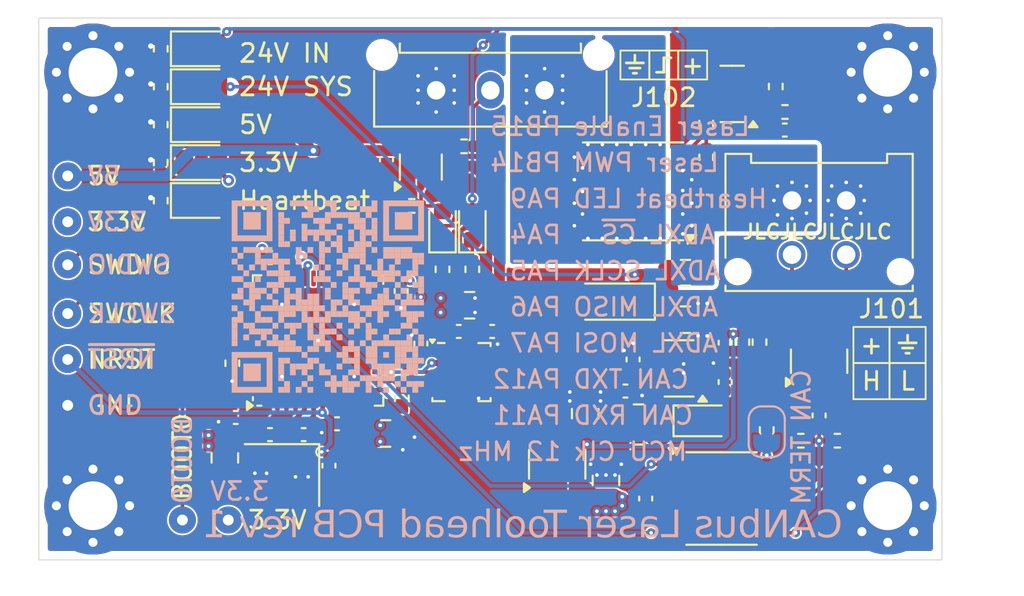
<source format=kicad_pcb>
(kicad_pcb (version 20241229) (generator "pcbnew") (generator_version "9.0")
  (title_block (title "CNbus Laser Toolhead PCB") (date "2025-11-26") (rev "rev. 1") (company "Ediard Iten"))
  (layers (0 "F.Cu" signal) (4 "In1.Cu" signal) (6 "In2.Cu" signal) (2 "B.Cu" signal) (13 "F.Paste" user) (15 "B.Paste" user) (5 "F.SilkS" user "F.Silkscreen") (7 "B.SilkS" user "B.Silkscreen") (1 "F.Mask" user) (3 "B.Mask" user) (25 "Edge.Cuts" user))
  (net 0 "")
  (net 1 "GND")
  (net 2 "/SW")
  (net 3 "Net-(U102-BST)")
  (net 4 "Net-(U102-FB)")
  (net 26 "Net-(U101-PF0)")
  (net 27 "Net-(U101-PF1)")
  (net 30 "/~{NRST}")
  (net 31 "/GATE_{L}")
  (net 32 "Net-(J102-Pin_2)")
  (net 33 "/DRAIN_{L}")
  (net 34 "Net-(Q102-G)")
  (net 35 "Net-(R109-Pad2)")
  (net 36 "/+24V_{L}")
  (net 37 "Net-(U105-Vref)")
  (net 38 "CAN_P")
  (net 39 "CAN_N")
  (net 40 "Net-(JP101-A)")
  (net 41 "Net-(U107-REGOUT)")
  (net 44 "Net-(U101-PA4)")
  (net 45 "Net-(U101-PA6)")
  (net 46 "Net-(U101-PA7)")
  (net 47 "Net-(U101-PA5)")
  (net 48 "/SWDIO")
  (net 49 "Net-(U101-PA12)")
  (net 50 "/SWCLK")
  (net 51 "Net-(U101-PA11)")
  (net 52 "Net-(D104-K)")
  (net 53 "V_{SYS}")
  (net 54 "Net-(D105-K)")
  (net 55 "Net-(D106-K)")
  (net 56 "Net-(D107-K)")
  (net 57 "Net-(D108-K)")
  (net 58 "Net-(D108-A)")
  (net 59 "Net-(D109-A)")
  (net 61 "Net-(D109-K)")
  (net 62 "Net-(D110-K)")
  (net 63 "/BOOT0")
  (net 64 "Net-(D110-A)")
  (net 65 "3.3V")
  (net 66 "5V")
  (net 67 "24V")
  (footprint "prj:NAMED_TEST_POINT" (layer "F.Cu") (at 101.6 83.660758)
    (property "Reference" "TP105" (hide yes))
    (property "Value" "/SWDIO")
  )
  (footprint "Resistor_SMD:R_0402_1005Metric" (layer "F.Cu") (at 106.75 78 90)
    (property "Reference" "R117" (hide yes))
    (property "Value" "220R")
  )
  (footprint "LED_SMD:LED_0805_2012Metric" (layer "F.Cu") (at 109 73.8)
    (property "Reference" "D105" (hide yes))
    (property "Value" "green")
  )
  (footprint "Resistor_SMD:R_0402_1005Metric" (layer "F.Cu") (at 120.1 91.05 -90)
    (property "Reference" "R113" (hide yes))
    (property "Value" "10k")
  )
  (footprint "prj:NAMED_TEST_POINT" (layer "F.Cu") (at 107.95 97.79 90)
    (property "Reference" "TP107" (hide yes))
    (property "Value" "/BOOT0")
  )
  (footprint "prj:NAMED_TEST_POINT" (layer "F.Cu") (at 101.6 81.28)
    (property "Reference" "TP102" (hide yes))
    (property "Value" "3.3V")
  )
  (footprint "Capacitor_SMD:C_0402_1005Metric" (layer "F.Cu") (at 143.2 92 90)
    (property "Reference" "C119" (hide yes))
    (property "Value" "4n7")
  )
  (footprint "Resistor_SMD:R_0402_1005Metric" (layer "F.Cu") (at 110.7125 89.11 90)
    (property "Reference" "R101" (hide yes))
    (property "Value" "10k")
  )
  (footprint "Resistor_SMD:R_0402_1005Metric" (layer "F.Cu") (at 142.19 93.4)
    (property "Reference" "R110" (hide yes))
    (property "Value" "60R4")
  )
  (footprint "MountingHole:MountingHole_2.7mm_Pad_Via" (layer "F.Cu") (at 147 73)
    (property "Reference" "H103" (hide yes))
    (property "Value" "MountingHole")
  )
  (footprint "Package_TO_SOT_SMD:SOT-23" (layer "F.Cu") (at 143.2 89 90)
    (property "Reference" "D103" (hide yes))
    (property "Value" "PESD1CAN")
  )
  (footprint "MountingHole:MountingHole_2.7mm_Pad_Via" (layer "F.Cu") (at 147 97)
    (property "Reference" "H104" (hide yes))
    (property "Value" "MountingHole")
  )
  (footprint "Resistor_SMD:R_0402_1005Metric" (layer "F.Cu") (at 106.75 80.11 90)
    (property "Reference" "R118" (hide yes))
    (property "Value" "1k")
  )
  (footprint "Package_DFN_QFN:AO_DFN-8-1EP_5.55x5.2mm_P1.27mm_EP4.12x4.6mm" (layer "F.Cu") (at 132.9 79.595 180)
    (property "Reference" "Q103" (hide yes))
    (property "Value" "CJAC70P06")
  )
  (footprint "prj:NAMED_TEST_POINT" (layer "F.Cu") (at 101.6 91.44)
    (property "Reference" "TP103" (hide yes))
    (property "Value" "GND")
  )
  (footprint "Connector_Molex:Molex_Micro-Fit_3.0_43650-0315_1x03_P3.00mm_Vertical" (layer "F.Cu") (at 122 74)
    (property "Reference" "J102")
    (property "Value" "Laser")
  )
  (footprint "Capacitor_SMD:C_0402_1005Metric" (layer "F.Cu") (at 116.5125 92.4625 180)
    (property "Reference" "C108" (hide yes))
    (property "Value" "100n")
  )
  (footprint "Package_SO:SOIC-8_3.9x4.9mm_P1.27mm" (layer "F.Cu") (at 137.8 96.6)
    (property "Reference" "U105" (hide yes))
    (property "Value" "SN65HVD230")
  )
  (footprint "MountingHole:MountingHole_2.7mm_Pad_Via" (layer "F.Cu") (at 103 73)
    (property "Reference" "H102" (hide yes))
    (property "Value" "MountingHole")
  )
  (footprint "Resistor_SMD:R_0402_1005Metric" (layer "F.Cu") (at 124 83.91 -90)
    (property "Reference" "R120" (hide yes))
    (property "Value" "470R")
  )
  (footprint "prj:NAMED_TEST_POINT" (layer "F.Cu") (at 101.6 86.36)
    (property "Reference" "TP106" (hide yes))
    (property "Value" "/SWCLK")
  )
  (footprint "LED_SMD:LED_0805_2012Metric" (layer "F.Cu") (at 109 71.7)
    (property "Reference" "D104" (hide yes))
    (property "Value" "green")
  )
  (footprint "Resistor_SMD:R_0402_1005Metric" (layer "F.Cu") (at 141.31 75.2)
    (property "Reference" "R107" (hide yes))
    (property "Value" "10k")
  )
  (footprint "Crystal:Crystal_SMD_3225-4Pin_3.2x2.5mm" (layer "F.Cu") (at 113.4625 95.3 180)
    (property "Reference" "Y101" (hide yes))
    (property "Value" "12 MHz")
  )
  (footprint "Resistor_SMD:R_0402_1005Metric" (layer "F.Cu") (at 136.95 75.84 90)
    (property "Reference" "R104" (hide yes))
    (property "Value" "100k")
  )
  (footprint "Resistor_SMD:R_0402_1005Metric" (layer "F.Cu") (at 122.35 83.91 -90)
    (property "Reference" "R119" (hide yes))
    (property "Value" "470R")
  )
  (footprint "Resistor_SMD:R_0402_1005Metric" (layer "F.Cu") (at 138.95 87.94 -90)
    (property "Reference" "R102" (hide yes))
    (property "Value" "51k")
  )
  (footprint "Capacitor_SMD:C_0402_1005Metric" (layer "F.Cu") (at 133.6 96.6 -90)
    (property "Reference" "C120" (hide yes))
    (property "Value" "100n")
  )
  (footprint "Resistor_SMD:R_0402_1005Metric" (layer "F.Cu") (at 106.75 73.8 90)
    (property "Reference" "R115" (hide yes))
    (property "Value" "33k")
  )
  (footprint "Package_TO_SOT_SMD:SOT-23-6" (layer "F.Cu") (at 135.45 89.395 180)
    (property "Reference" "U102" (hide yes))
    (property "Value" "MP2459")
  )
  (footprint "Resistor_SMD:R_0402_1005Metric" (layer "F.Cu") (at 120.65 80.4)
    (property "Reference" "R108" (hide yes))
    (property "Value" "10k")
  )
  (footprint "Diode_SMD:D_SOD-323" (layer "F.Cu") (at 136.75 92.3)
    (property "Reference" "D102" (hide yes))
    (property "Value" "1N5819WS")
  )
  (footprint "Capacitor_SMD:C_0805_2012Metric" (layer "F.Cu") (at 110.3 94.35 -90)
    (property "Reference" "C103" (hide yes))
    (property "Value" "10u")
  )
  (footprint "Capacitor_SMD:C_0402_1005Metric" (layer "F.Cu") (at 120.0625 85.1125 -90)
    (property "Reference" "C106" (hide yes))
    (property "Value" "100n")
  )
  (footprint "Package_LGA:LGA-16_3x3mm_P0.5mm_LayoutBorder3x5y" (layer "F.Cu") (at 123.4 89.6)
    (property "Reference" "U107" (hide yes))
    (property "Value" "ICM-20602")
  )
  (footprint "Package_DFN_QFN:QFN-48-1EP_7x7mm_P0.5mm_EP5.6x5.6mm" (layer "F.Cu") (at 115.4625 87.85 90)
    (property "Reference" "U101" (hide yes))
    (property "Value" "STM32F072CBUx")
  )
  (footprint "Fuse:Fuse_0805_2012Metric" (layer "F.Cu") (at 135.8 84.1 180)
    (property "Reference" "F101" (hide yes))
    (property "Value" "250mA")
  )
  (footprint "Capacitor_SMD:C_0402_1005Metric" (layer "F.Cu") (at 119.25 77.82 -90)
    (property "Reference" "C118" (hide yes))
    (property "Value" "100n")
  )
  (footprint "prj:NAMED_TEST_POINT" (layer "F.Cu") (at 110.49 97.79)
    (property "Reference" "TP108" (hide yes))
    (property "Value" "3.3V")
  )
  (footprint "Capacitor_SMD:C_0402_1005Metric" (layer "F.Cu") (at 132.9 88.9 90)
    (property "Reference" "C113" (hide yes))
    (property "Value" "100n")
  )
  (footprint "Resistor_SMD:R_0402_1005Metric" (layer "F.Cu") (at 140.8 73.79 -90)
    (property "Reference" "R106" (hide yes))
    (property "Value" "100k")
  )
  (footprint "Capacitor_SMD:C_0402_1005Metric" (layer "F.Cu") (at 112.8 93.0625 180)
    (property "Reference" "C102" (hide yes))
    (property "Value" "33p")
  )
  (footprint "Capacitor_SMD:C_0805_2012Metric" (layer "F.Cu") (at 123.85 85.9)
    (property "Reference" "C121" (hide yes))
    (property "Value" "10u")
  )
  (footprint "LED_SMD:LED_0603_1608Metric" (layer "F.Cu") (at 124 81.4875 90)
    (property "Reference" "D110" (hide yes))
    (property "Value" "red")
  )
  (footprint "Resistor_SMD:R_0402_1005Metric" (layer "F.Cu") (at 139.9 87.94 90)
    (property "Reference" "R103" (hide yes))
    (property "Value" "10k")
  )
  (footprint "Capacitor_SMD:C_0402_1005Metric" (layer "F.Cu") (at 132.48 90.65)
    (property "Reference" "C114" (hide yes))
    (property "Value" "100n")
  )
  (footprint "Package_TO_SOT_SMD:SOT-353_SC-70-5" (layer "F.Cu") (at 121.15 78.25 90)
    (property "Reference" "U104" (hide yes))
    (property "Value" "74AHCT1G125")
  )
  (footprint "Connector_Molex:Molex_Micro-Fit_3.0_43045-0412_2x02_P3.00mm_Vertical" (layer "F.Cu") (at 141.7 80.1)
    (property "Reference" "J101")
    (property "Value" "In")
  )
  (footprint "Capacitor_SMD:C_0402_1005Metric" (layer "F.Cu") (at 138 87.97 -90)
    (property "Reference" "C115" (hide yes))
    (property "Value" "33p")
  )
  (footprint "LED_SMD:LED_0805_2012Metric" (layer "F.Cu") (at 109 75.9)
    (property "Reference" "D106" (hide yes))
    (property "Value" "green")
  )
  (footprint "Resistor_SMD:R_0402_1005Metric" (layer "F.Cu") (at 123.54 77.1 180)
    (property "Reference" "R109" (hide yes))
    (property "Value" "1k")
  )
  (footprint "prj:NAMED_TEST_POINT" (layer "F.Cu") (at 101.6 88.9)
    (property "Reference" "TP104" (hide yes))
    (property "Value" "/~{NRST}")
  )
  (footprint "Capacitor_SMD:C_0805_2012Metric" (layer "F.Cu") (at 130.25 91.9 90)
    (property "Reference" "C112" (hide yes))
    (property "Value" "22u")
  )
  (footprint "Resistor_SMD:R_0402_1005Metric" (layer "F.Cu") (at 140.3 92.8 -90)
    (property "Reference" "R112" (hide yes))
    (property "Value" "10k")
  )
  (footprint "Resistor_SMD:R_0402_1005Metric" (layer "F.Cu") (at 144.21 93.4)
    (property "Reference" "R111" (hide yes))
    (property "Value" "60R4")
  )
  (footprint "Resistor_SMD:R_0402_1005Metric" (layer "F.Cu") (at 136.95 77.71 -90)
    (property "Reference" "R105" (hide yes))
    (property "Value" "100k")
  )
  (footprint "LED_SMD:LED_0805_2012Metric" (layer "F.Cu") (at 109 78)
    (property "Reference" "D107" (hide yes))
    (property "Value" "green")
  )
  (footprint "LED_SMD:LED_0603_1608Metric" (layer "F.Cu") (at 122.35 81.4875 90)
    (property "Reference" "D109" (hide yes))
    (property "Value" "red")
  )
  (footprint "Capacitor_SMD:C_0402_1005Metric" (layer "F.Cu") (at 110.9 92.1125 180)
    (property "Reference" "C109" (hide yes))
    (property "Value" "100n")
  )
  (footprint "LED_SMD:LED_0805_2012Metric" (layer "F.Cu") (at 109 80.1)
    (property "Reference" "D108" (hide yes))
    (property "Value" "yellow")
  )
  (footprint "Resistor_SMD:R_0402_1005Metric" (layer "F.Cu") (at 106.75 71.7 90)
    (property "Reference" "R114" (hide yes))
    (property "Value" "33k")
  )
  (footprint "Resistor_SMD:R_0402_1005Metric" (layer "F.Cu") (at 106.75 75.9 90)
    (property "Reference" "R116" (hide yes))
    (property "Value" "3.3k")
  )
  (footprint "Capacitor_SMD:C_0402_1005Metric" (layer "F.Cu") (at 114.6625 93.0625)
    (property "Reference" "C101" (hide yes))
    (property "Value" "33p")
  )
  (footprint "Package_TO_SOT_SMD:SOT-23-3" (layer "F.Cu") (at 128.7 94.7 90)
    (property "Reference" "U103" (hide yes))
    (property "Value" "XC6206P332MR-G")
  )
  (footprint "prj:NAMED_TEST_POINT" (layer "F.Cu") (at 101.6 78.74)
    (property "Reference" "TP101" (hide yes))
    (property "Value" "5V")
  )
  (footprint "Capacitor_SMD:C_0402_1005Metric" (layer "F.Cu") (at 123.25 87.35)
    (property "Reference" "C122" (hide yes))
    (property "Value" "100n")
  )
  (footprint "Capacitor_SMD:C_0402_1005Metric" (layer "F.Cu") (at 121.15 88.02 90)
    (property "Reference" "C123" (hide yes))
    (property "Value" "100n")
  )
  (footprint "Capacitor_SMD:C_0402_1005Metric" (layer "F.Cu") (at 138 90.15 -90)
    (property "Reference" "C111" (hide yes))
    (property "Value" "100n")
  )
  (footprint "Capacitor_SMD:C_0402_1005Metric" (layer "F.Cu") (at 112.8125 83.2625)
    (property "Reference" "C105" (hide yes))
    (property "Value" "100n")
  )
  (footprint "Inductor_SMD:L_1008_2520Metric" (layer "F.Cu") (at 133.2 92.5 180)
    (property "Reference" "L101" (hide yes))
    (property "Value" "L")
  )
  (footprint "MountingHole:MountingHole_2.7mm_Pad_Via" (layer "F.Cu") (at 103 97)
    (property "Reference" "H101" (hide yes))
    (property "Value" "MountingHole")
  )
  (footprint "Diode_SMD:D_SOD-123F" (layer "F.Cu") (at 131.9 85.7 180)
    (property "Reference" "D101" (hide yes))
    (property "Value" "SMF24A")
  )
  (footprint "Capacitor_SMD:C_0805_2012Metric" (layer "F.Cu") (at 135.8 86.7)
    (property "Reference" "C110" (hide yes))
    (property "Value" "10u")
  )
  (footprint "Capacitor_SMD:C_0402_1005Metric" (layer "F.Cu") (at 116.0625 94.78 90)
    (property "Reference" "C107" (hide yes))
    (property "Value" "100n")
  )
  (footprint "Package_TO_SOT_SMD:SOT-23" (layer "F.Cu") (at 138.3875 74.2 180)
    (property "Reference" "Q102" (hide yes))
    (property "Value" "2N7002")
  )
  (footprint "Capacitor_SMD:C_0402_1005Metric" (layer "F.Cu") (at 125.1 87.35)
    (property "Reference" "C104" (hide yes))
    (property "Value" "100n")
  )
  (footprint "Capacitor_SMD:C_0402_1005Metric" (layer "F.Cu") (at 141.3 76.2)
    (property "Reference" "C117" (hide yes))
    (property "Value" "100n")
  )
  (footprint "Capacitor_SMD:C_0805_2012Metric" (layer "F.Cu") (at 119.2 93)
    (property "Reference" "C124" (hide yes))
    (property "Value" "10u")
  )
  (footprint "Capacitor_SMD:C_0805_2012Metric" (layer "F.Cu") (at 131.4 95.6 90)
    (property "Reference" "C116" (hide yes))
    (property "Value" "10u")
  )
  (footprint "Jumper:SolderJumper-2_P1.3mm_Bridged_RoundedPad1.0x1.5mm" (layer "B.Cu") (at 140.3 92.9 90)
    (property "Reference" "JP101" (hide yes))
    (property "Value" "Term")
  )
  (gr_line (start 134.6 72.2) (end 135 72.2) (stroke (width 0.15)) (layer "F.SilkS"))
  (gr_line (start 134.2 73) (end 134.6 73) (stroke (width 0.15)) (layer "F.SilkS"))
  (gr_rect (start 145.1 87.1) (end 147.1 89.1) (stroke (width 0.1)) (fill no) (layer "F.SilkS"))
  (gr_line (start 134.6 73) (end 134.6 72.2) (stroke (width 0.15)) (layer "F.SilkS"))
  (gr_rect (start 135.4 71.8) (end 137 73.4) (stroke (width 0.1)) (fill no) (layer "F.SilkS"))
  (gr_rect (start 132.2 71.8) (end 133.8 73.4) (stroke (width 0.1)) (fill no) (layer "F.SilkS"))
  (gr_rect (start 147.1 87.1) (end 149.1 89.1) (stroke (width 0.1)) (fill no) (layer "F.SilkS"))
  (gr_rect (start 145.1 89.1) (end 147.1 91.1) (stroke (width 0.1)) (fill no) (layer "F.SilkS"))
  (gr_rect (start 147.1 89.1) (end 149.1 91.1) (stroke (width 0.1)) (fill no) (layer "F.SilkS"))
  (gr_rect (start 133.8 71.8) (end 135.4 73.4) (stroke (width 0.1)) (fill no) (layer "F.SilkS"))
  (gr_poly (pts (xy 114.226625 89.775914) (xy 113.903963 89.775914) (xy 113.903963 89.453251) (xy 114.226625 89.453251)) (fill yes) (layer "B.SilkS"))
  (gr_poly (pts (xy 115.517276 85.903963) (xy 115.194614 85.903963) (xy 115.194614 85.5813) (xy 115.517276 85.5813)) (fill yes) (layer "B.SilkS"))
  (gr_poly (pts (xy 119.389228 85.258638) (xy 119.066564 85.258638) (xy 119.066564 84.935975) (xy 119.389228 84.935975)) (fill yes) (layer "B.SilkS"))
  (gr_poly (pts (xy 118.421239 82.677337) (xy 118.098577 82.677337) (xy 118.098577 82.354675) (xy 118.421239 82.354675)) (fill yes) (layer "B.SilkS"))
  (gr_poly (pts (xy 115.194614 82.032012) (xy 114.871951 82.032012) (xy 114.871951 81.709349) (xy 115.194614 81.709349)) (fill yes) (layer "B.SilkS"))
  (gr_poly (pts (xy 113.903963 86.226626) (xy 113.581301 86.226626) (xy 113.581301 85.903963) (xy 113.903963 85.903963)) (fill yes) (layer "B.SilkS"))
  (gr_poly (pts (xy 115.194614 87.517276) (xy 114.871951 87.517276) (xy 114.871951 87.194613) (xy 115.194614 87.194613)) (fill yes) (layer "B.SilkS"))
  (gr_poly (pts (xy 116.485264 80.741361) (xy 116.162601 80.741361) (xy 116.162601 80.418699) (xy 116.485264 80.418699)) (fill yes) (layer "B.SilkS"))
  (gr_poly (pts (xy 121.325202 88.162601) (xy 121.00254 88.162601) (xy 121.00254 87.839938) (xy 121.325202 87.839938)) (fill yes) (layer "B.SilkS"))
  (gr_poly (pts (xy 113.581301 86.871951) (xy 113.258638 86.871951) (xy 113.258638 86.549288) (xy 113.581301 86.549288)) (fill yes) (layer "B.SilkS"))
  (gr_poly (pts (xy 118.743902 82.032012) (xy 118.421239 82.032012) (xy 118.421239 81.709349) (xy 118.743902 81.709349)) (fill yes) (layer "B.SilkS"))
  (gr_poly (pts (xy 119.389228 87.839938) (xy 119.066564 87.839938) (xy 119.066564 87.517276) (xy 119.389228 87.517276)) (fill yes) (layer "B.SilkS"))
  (gr_poly (pts (xy 114.226625 87.517276) (xy 113.903963 87.517276) (xy 113.903963 87.194613) (xy 114.226625 87.194613)) (fill yes) (layer "B.SilkS"))
  (gr_poly (pts (xy 117.453252 90.42124) (xy 117.130589 90.42124) (xy 117.130589 90.098577) (xy 117.453252 90.098577)) (fill yes) (layer "B.SilkS"))
  (gr_poly (pts (xy 118.743902 90.098577) (xy 118.421239 90.098577) (xy 118.421239 89.775914) (xy 118.743902 89.775914)) (fill yes) (layer "B.SilkS"))
  (gr_poly (pts (xy 116.485264 90.743901) (xy 116.162601 90.743901) (xy 116.162601 90.421239) (xy 116.485264 90.421239)) (fill yes) (layer "B.SilkS"))
  (gr_poly (pts (xy 118.421239 85.258638) (xy 118.098577 85.258638) (xy 118.098577 84.935975) (xy 118.421239 84.935975)) (fill yes) (layer "B.SilkS"))
  (gr_poly (pts (xy 113.258638 85.258638) (xy 112.935976 85.258638) (xy 112.935976 84.935975) (xy 113.258638 84.935975)) (fill yes) (layer "B.SilkS"))
  (gr_poly (pts (xy 117.775914 89.453251) (xy 117.453252 89.453251) (xy 117.453252 89.130588) (xy 117.775914 89.130588)) (fill yes) (layer "B.SilkS"))
  (gr_poly (pts (xy 118.421239 82.032012) (xy 118.098577 82.032012) (xy 118.098577 81.709349) (xy 118.421239 81.709349)) (fill yes) (layer "B.SilkS"))
  (gr_poly (pts (xy 113.903963 81.386687) (xy 113.581301 81.386687) (xy 113.581301 81.064024) (xy 113.903963 81.064024)) (fill yes) (layer "B.SilkS"))
  (gr_poly (pts (xy 121.325202 89.130588) (xy 121.00254 89.130588) (xy 121.00254 88.807926) (xy 121.325202 88.807926)) (fill yes) (layer "B.SilkS"))
  (gr_poly (pts (xy 121.325202 84.935975) (xy 121.00254 84.935975) (xy 121.00254 84.613313) (xy 121.325202 84.613313)) (fill yes) (layer "B.SilkS"))
  (gr_poly (pts (xy 118.743902 88.807927) (xy 118.421239 88.807927) (xy 118.421239 88.485263) (xy 118.743902 88.485263)) (fill yes) (layer "B.SilkS"))
  (gr_poly (pts (xy 119.066564 86.226626) (xy 118.743902 86.226626) (xy 118.743902 85.903963) (xy 119.066564 85.903963)) (fill yes) (layer "B.SilkS"))
  (gr_poly (pts (xy 117.453252 80.418699) (xy 117.130589 80.418699) (xy 117.130589 80.096036) (xy 117.453252 80.096036)) (fill yes) (layer "B.SilkS"))
  (gr_poly (pts (xy 115.839939 83) (xy 115.517276 83) (xy 115.517276 82.677337) (xy 115.839939 82.677337)) (fill yes) (layer "B.SilkS"))
  (gr_poly (pts (xy 119.711889 83.967987) (xy 119.389227 83.967987) (xy 119.389227 83.645325) (xy 119.711889 83.645325)) (fill yes) (layer "B.SilkS"))
  (gr_poly (pts (xy 119.389228 88.162601) (xy 119.066564 88.162601) (xy 119.066564 87.839938) (xy 119.389228 87.839938)) (fill yes) (layer "B.SilkS"))
  (gr_poly (pts (xy 113.581301 82.677337) (xy 113.258638 82.677337) (xy 113.258638 82.354675) (xy 113.581301 82.354675)) (fill yes) (layer "B.SilkS"))
  (gr_poly (pts (xy 115.839939 84.29065) (xy 115.517276 84.29065) (xy 115.517276 83.967987) (xy 115.839939 83.967987)) (fill yes) (layer "B.SilkS"))
  (gr_poly (pts (xy 121.325202 83.322662) (xy 121.00254 83.322662) (xy 121.00254 83) (xy 121.325202 83)) (fill yes) (layer "B.SilkS"))
  (gr_poly (pts (xy 113.581301 89.130588) (xy 113.258638 89.130588) (xy 113.258638 88.807926) (xy 113.581301 88.807926)) (fill yes) (layer "B.SilkS"))
  (gr_poly (pts (xy 119.389228 83.322662) (xy 119.066564 83.322662) (xy 119.066564 83) (xy 119.389228 83)) (fill yes) (layer "B.SilkS"))
  (gr_poly (pts (xy 117.453252 85.258638) (xy 117.130589 85.258638) (xy 117.130589 84.935975) (xy 117.453252 84.935975)) (fill yes) (layer "B.SilkS"))
  (gr_poly (pts (xy 118.743902 88.162601) (xy 118.421239 88.162601) (xy 118.421239 87.839938) (xy 118.743902 87.839938)) (fill yes) (layer "B.SilkS"))
  (gr_poly (pts (xy 115.194614 86.226626) (xy 114.871951 86.226626) (xy 114.871951 85.903963) (xy 115.194614 85.903963)) (fill yes) (layer "B.SilkS"))
  (gr_poly (pts (xy 117.775914 81.709349) (xy 117.453252 81.709349) (xy 117.453252 81.386687) (xy 117.775914 81.386687)) (fill yes) (layer "B.SilkS"))
  (gr_poly (pts (xy 115.839939 87.839938) (xy 115.517276 87.839938) (xy 115.517276 87.517276) (xy 115.839939 87.517276)) (fill yes) (layer "B.SilkS"))
  (gr_poly (pts (xy 113.258638 88.162601) (xy 112.935976 88.162601) (xy 112.935976 87.839938) (xy 113.258638 87.839938)) (fill yes) (layer "B.SilkS"))
  (gr_poly (pts (xy 118.098577 81.386687) (xy 117.775914 81.386687) (xy 117.775914 81.064024) (xy 118.098577 81.064024)) (fill yes) (layer "B.SilkS"))
  (gr_poly (pts (xy 118.421239 88.807927) (xy 118.098577 88.807927) (xy 118.098577 88.485263) (xy 118.421239 88.485263)) (fill yes) (layer "B.SilkS"))
  (gr_poly (pts (xy 112.935975 83) (xy 112.613313 83) (xy 112.613313 82.677337) (xy 112.935975 82.677337)) (fill yes) (layer "B.SilkS"))
  (gr_poly (pts (xy 117.130589 86.226626) (xy 116.807926 86.226626) (xy 116.807926 85.903963) (xy 117.130589 85.903963)) (fill yes) (layer "B.SilkS"))
  (gr_poly (pts (xy 119.389228 85.5813) (xy 119.066564 85.5813) (xy 119.066564 85.258638) (xy 119.389228 85.258638)) (fill yes) (layer "B.SilkS"))
  (gr_poly (pts (xy 114.871951 86.226626) (xy 114.549288 86.226626) (xy 114.549288 85.903963) (xy 114.871951 85.903963)) (fill yes) (layer "B.SilkS"))
  (gr_poly (pts (xy 115.194614 86.871951) (xy 114.871951 86.871951) (xy 114.871951 86.549288) (xy 115.194614 86.549288)) (fill yes) (layer "B.SilkS"))
  (gr_poly (pts (xy 115.839939 84.613313) (xy 115.517276 84.613313) (xy 115.517276 84.29065) (xy 115.839939 84.29065)) (fill yes) (layer "B.SilkS"))
  (gr_poly (pts (xy 117.453252 84.613313) (xy 117.130589 84.613313) (xy 117.130589 84.29065) (xy 117.453252 84.29065)) (fill yes) (layer "B.SilkS"))
  (gr_poly (pts (xy 113.903963 87.839938) (xy 113.581301 87.839938) (xy 113.581301 87.517276) (xy 113.903963 87.517276)) (fill yes) (layer "B.SilkS"))
  (gr_poly (pts (xy 113.581301 89.775914) (xy 113.258638 89.775914) (xy 113.258638 89.453251) (xy 113.581301 89.453251)) (fill yes) (layer "B.SilkS"))
  (gr_poly (pts (xy 115.194614 80.418699) (xy 114.871951 80.418699) (xy 114.871951 80.096036) (xy 115.194614 80.096036)) (fill yes) (layer "B.SilkS"))
  (gr_poly (pts (xy 113.903963 90.743901) (xy 113.581301 90.743901) (xy 113.581301 90.421239) (xy 113.903963 90.421239)) (fill yes) (layer "B.SilkS"))
  (gr_poly (pts (xy 119.389228 85.903963) (xy 119.066564 85.903963) (xy 119.066564 85.5813) (xy 119.389228 85.5813)) (fill yes) (layer "B.SilkS"))
  (gr_poly (pts (xy 113.581301 88.485263) (xy 113.258638 88.485263) (xy 113.258638 88.162601) (xy 113.581301 88.162601)) (fill yes) (layer "B.SilkS"))
  (gr_poly (pts (xy 113.903963 85.5813) (xy 113.581301 85.5813) (xy 113.581301 85.258638) (xy 113.903963 85.258638)) (fill yes) (layer "B.SilkS"))
  (gr_poly (pts (xy 112.613313 83.645324) (xy 112.29065 83.645324) (xy 112.29065 83.322662) (xy 112.613313 83.322662)) (fill yes) (layer "B.SilkS"))
  (gr_poly (pts (xy 120.034552 83) (xy 119.711889 83) (xy 119.711889 82.677337) (xy 120.034552 82.677337)) (fill yes) (layer "B.SilkS"))
  (gr_poly (pts (xy 119.066564 89.453251) (xy 118.743902 89.453251) (xy 118.743902 89.130588) (xy 119.066564 89.130588)) (fill yes) (layer "B.SilkS"))
  (gr_poly (pts (xy 118.098577 82.032012) (xy 117.775914 82.032012) (xy 117.775914 81.709349) (xy 118.098577 81.709349)) (fill yes) (layer "B.SilkS"))
  (gr_poly (pts (xy 111.967988 87.517276) (xy 111.645325 87.517276) (xy 111.645325 87.194613) (xy 111.967988 87.194613)) (fill yes) (layer "B.SilkS"))
  (gr_poly (pts (xy 119.066564 83.967987) (xy 118.743902 83.967987) (xy 118.743902 83.645325) (xy 119.066564 83.645325)) (fill yes) (layer "B.SilkS"))
  (gr_poly (pts (xy 114.226625 88.485263) (xy 113.903963 88.485263) (xy 113.903963 88.162601) (xy 114.226625 88.162601)) (fill yes) (layer "B.SilkS"))
  (gr_poly (pts (xy 113.581301 82.354674) (xy 113.258638 82.354674) (xy 113.258638 82.032012) (xy 113.581301 82.032012)) (fill yes) (layer "B.SilkS"))
  (gr_poly (pts (xy 121.325202 86.549288) (xy 121.00254 86.549288) (xy 121.00254 86.226625) (xy 121.325202 86.226625)) (fill yes) (layer "B.SilkS"))
  (gr_poly (pts (xy 116.162601 84.613313) (xy 115.839939 84.613313) (xy 115.839939 84.29065) (xy 116.162601 84.29065)) (fill yes) (layer "B.SilkS"))
  (gr_poly (pts (xy 117.775914 88.807927) (xy 117.453252 88.807927) (xy 117.453252 88.485263) (xy 117.775914 88.485263)) (fill yes) (layer "B.SilkS"))
  (gr_poly (pts (xy 116.485264 81.064024) (xy 116.162601 81.064024) (xy 116.162601 80.741361) (xy 116.485264 80.741361)) (fill yes) (layer "B.SilkS"))
  (gr_poly (pts (xy 115.517276 84.613313) (xy 115.194614 84.613313) (xy 115.194614 84.29065) (xy 115.517276 84.29065)) (fill yes) (layer "B.SilkS"))
  (gr_poly (pts (xy 113.903963 82.677337) (xy 113.581301 82.677337) (xy 113.581301 82.354675) (xy 113.903963 82.354675)) (fill yes) (layer "B.SilkS"))
  (gr_poly (pts (xy 114.226625 86.549288) (xy 113.903963 86.549288) (xy 113.903963 86.226625) (xy 114.226625 86.226625)) (fill yes) (layer "B.SilkS"))
  (gr_poly (pts (xy 120.034552 84.935975) (xy 119.711889 84.935975) (xy 119.711889 84.613313) (xy 120.034552 84.613313)) (fill yes) (layer "B.SilkS"))
  (gr_poly (pts (xy 116.807927 85.903963) (xy 116.485264 85.903963) (xy 116.485264 85.5813) (xy 116.807927 85.5813)) (fill yes) (layer "B.SilkS"))
  (gr_poly (pts (xy 116.807927 84.29065) (xy 116.485264 84.29065) (xy 116.485264 83.967987) (xy 116.807927 83.967987)) (fill yes) (layer "B.SilkS"))
  (gr_poly (pts (xy 111.645325 85.903963) (xy 111.322662 85.903963) (xy 111.322662 85.5813) (xy 111.645325 85.5813)) (fill yes) (layer "B.SilkS"))
  (gr_poly (pts (xy 121.325202 83.645324) (xy 121.00254 83.645324) (xy 121.00254 83.322662) (xy 121.325202 83.322662)) (fill yes) (layer "B.SilkS"))
  (gr_poly (pts (xy 118.743902 83) (xy 118.421239 83) (xy 118.421239 82.677337) (xy 118.743902 82.677337)) (fill yes) (layer "B.SilkS"))
  (gr_poly (pts (xy 112.29065 85.258638) (xy 111.967988 85.258638) (xy 111.967988 84.935975) (xy 112.29065 84.935975)) (fill yes) (layer "B.SilkS"))
  (gr_poly (pts (xy 117.130589 85.258638) (xy 116.807926 85.258638) (xy 116.807926 84.935975) (xy 117.130589 84.935975)) (fill yes) (layer "B.SilkS"))
  (gr_poly (pts (xy 118.098577 83.322662) (xy 117.775914 83.322662) (xy 117.775914 83) (xy 118.098577 83)) (fill yes) (layer "B.SilkS"))
  (gr_poly (pts (xy 113.258638 87.194613) (xy 112.935976 87.194613) (xy 112.935976 86.871951) (xy 113.258638 86.871951)) (fill yes) (layer "B.SilkS"))
  (gr_poly (pts (xy 118.743902 89.130588) (xy 118.421239 89.130588) (xy 118.421239 88.807926) (xy 118.743902 88.807926)) (fill yes) (layer "B.SilkS"))
  (gr_poly (pts (xy 113.903963 90.42124) (xy 113.581301 90.42124) (xy 113.581301 90.098577) (xy 113.903963 90.098577)) (fill yes) (layer "B.SilkS"))
  (gr_poly (pts (xy 118.421239 90.743901) (xy 118.098577 90.743901) (xy 118.098577 90.421239) (xy 118.421239 90.421239)) (fill yes) (layer "B.SilkS"))
  (gr_poly (pts (xy 121.002541 88.485263) (xy 120.679878 88.485263) (xy 120.679878 88.162601) (xy 121.002541 88.162601)) (fill yes) (layer "B.SilkS"))
  (gr_poly (pts (xy 117.130589 90.098577) (xy 116.807926 90.098577) (xy 116.807926 89.775914) (xy 117.130589 89.775914)) (fill yes) (layer "B.SilkS"))
  (gr_poly (pts (xy 114.549288 83.322662) (xy 114.226626 83.322662) (xy 114.226626 83) (xy 114.549288 83)) (fill yes) (layer "B.SilkS"))
  (gr_poly (pts (xy 111.645325 87.194613) (xy 111.322662 87.194613) (xy 111.322662 86.871951) (xy 111.645325 86.871951)) (fill yes) (layer "B.SilkS"))
  (gr_poly (pts (xy 117.775914 88.485263) (xy 117.453252 88.485263) (xy 117.453252 88.162601) (xy 117.775914 88.162601)) (fill yes) (layer "B.SilkS"))
  (gr_poly (pts (xy 116.162601 88.485263) (xy 115.839939 88.485263) (xy 115.839939 88.162601) (xy 116.162601 88.162601)) (fill yes) (layer "B.SilkS"))
  (gr_poly (pts (xy 116.807927 88.807927) (xy 116.485264 88.807927) (xy 116.485264 88.485263) (xy 116.807927 88.485263)) (fill yes) (layer "B.SilkS"))
  (gr_poly (pts (xy 111.967988 84.935975) (xy 111.645325 84.935975) (xy 111.645325 84.613313) (xy 111.967988 84.613313)) (fill yes) (layer "B.SilkS"))
  (gr_poly (pts (xy 119.066564 83.645324) (xy 118.743902 83.645324) (xy 118.743902 83.322662) (xy 119.066564 83.322662)) (fill yes) (layer "B.SilkS"))
  (gr_poly (pts (xy 118.421239 86.226626) (xy 118.098577 86.226626) (xy 118.098577 85.903963) (xy 118.421239 85.903963)) (fill yes) (layer "B.SilkS"))
  (gr_poly (pts (xy 118.743902 88.485263) (xy 118.421239 88.485263) (xy 118.421239 88.162601) (xy 118.743902 88.162601)) (fill yes) (layer "B.SilkS"))
  (gr_poly (pts (xy 116.162601 90.42124) (xy 115.839939 90.42124) (xy 115.839939 90.098577) (xy 116.162601 90.098577)) (fill yes) (layer "B.SilkS"))
  (gr_poly (pts (xy 116.485264 82.032012) (xy 116.162601 82.032012) (xy 116.162601 81.709349) (xy 116.485264 81.709349)) (fill yes) (layer "B.SilkS"))
  (gr_poly (pts (xy 116.485264 87.517276) (xy 116.162601 87.517276) (xy 116.162601 87.194613) (xy 116.485264 87.194613)) (fill yes) (layer "B.SilkS"))
  (gr_poly (pts (xy 117.453252 81.064024) (xy 117.130589 81.064024) (xy 117.130589 80.741361) (xy 117.453252 80.741361)) (fill yes) (layer "B.SilkS"))
  (gr_poly (pts (xy 117.453252 86.871951) (xy 117.130589 86.871951) (xy 117.130589 86.549288) (xy 117.453252 86.549288)) (fill yes) (layer "B.SilkS"))
  (gr_poly (pts (xy 114.226625 84.613313) (xy 113.903963 84.613313) (xy 113.903963 84.29065) (xy 114.226625 84.29065)) (fill yes) (layer "B.SilkS"))
  (gr_poly (pts (xy 117.453252 81.386687) (xy 117.130589 81.386687) (xy 117.130589 81.064024) (xy 117.453252 81.064024)) (fill yes) (layer "B.SilkS"))
  (gr_poly (pts (xy 119.066564 84.613313) (xy 118.743902 84.613313) (xy 118.743902 84.29065) (xy 119.066564 84.29065)) (fill yes) (layer "B.SilkS"))
  (gr_poly (pts (xy 119.389228 84.613313) (xy 119.066564 84.613313) (xy 119.066564 84.29065) (xy 119.389228 84.29065)) (fill yes) (layer "B.SilkS"))
  (gr_poly (pts (xy 119.389228 89.775914) (xy 119.066564 89.775914) (xy 119.066564 89.453251) (xy 119.389228 89.453251)) (fill yes) (layer "B.SilkS"))
  (gr_poly (pts (xy 114.871951 88.807927) (xy 114.549288 88.807927) (xy 114.549288 88.485263) (xy 114.871951 88.485263)) (fill yes) (layer "B.SilkS"))
  (gr_poly (pts (xy 121.002541 89.130588) (xy 120.679878 89.130588) (xy 120.679878 88.807926) (xy 121.002541 88.807926)) (fill yes) (layer "B.SilkS"))
  (gr_poly (pts (xy 115.517276 87.839938) (xy 115.194614 87.839938) (xy 115.194614 87.517276) (xy 115.517276 87.517276)) (fill yes) (layer "B.SilkS"))
  (gr_poly (pts (xy 112.29065 85.5813) (xy 111.967988 85.5813) (xy 111.967988 85.258638) (xy 112.29065 85.258638)) (fill yes) (layer "B.SilkS"))
  (gr_poly (pts (xy 119.066564 86.871951) (xy 118.743902 86.871951) (xy 118.743902 86.549288) (xy 119.066564 86.549288)) (fill yes) (layer "B.SilkS"))
  (gr_poly (pts (xy 112.29065 90.098576) (xy 111.322662 90.098576) (xy 111.322662 89.130588) (xy 112.29065 89.130588)) (fill yes) (layer "B.SilkS"))
  (gr_poly (pts (xy 117.453252 85.5813) (xy 117.130589 85.5813) (xy 117.130589 85.258638) (xy 117.453252 85.258638)) (fill yes) (layer "B.SilkS"))
  (gr_poly (pts (xy 111 87.194613) (xy 110.677337 87.194613) (xy 110.677337 86.871951) (xy 111 86.871951)) (fill yes) (layer "B.SilkS"))
  (gr_poly (pts (xy 116.485264 90.42124) (xy 116.162601 90.42124) (xy 116.162601 90.098577) (xy 116.485264 90.098577)) (fill yes) (layer "B.SilkS"))
  (gr_poly (pts (xy 115.517276 82.354674) (xy 115.194614 82.354674) (xy 115.194614 82.032012) (xy 115.517276 82.032012)) (fill yes) (layer "B.SilkS"))
  (gr_poly (pts (xy 120.357215 85.258638) (xy 120.034552 85.258638) (xy 120.034552 84.935975) (xy 120.357215 84.935975)) (fill yes) (layer "B.SilkS"))
  (gr_poly (pts (xy 120.034552 90.42124) (xy 119.711889 90.42124) (xy 119.711889 90.098577) (xy 120.034552 90.098577)) (fill yes) (layer "B.SilkS"))
  (gr_poly (pts (xy 114.549288 80.418699) (xy 114.226626 80.418699) (xy 114.226626 80.096036) (xy 114.549288 80.096036)) (fill yes) (layer "B.SilkS"))
  (gr_poly (pts (xy 119.711889 88.162601) (xy 119.389227 88.162601) (xy 119.389227 87.839938) (xy 119.711889 87.839938)) (fill yes) (layer "B.SilkS"))
  (gr_poly (pts (xy 116.162601 83) (xy 115.839939 83) (xy 115.839939 82.677337) (xy 116.162601 82.677337)) (fill yes) (layer "B.SilkS"))
  (gr_poly (pts (xy 114.226625 89.453251) (xy 113.903963 89.453251) (xy 113.903963 89.130588) (xy 114.226625 89.130588)) (fill yes) (layer "B.SilkS"))
  (gr_poly (pts (xy 115.517276 86.226626) (xy 115.194614 86.226626) (xy 115.194614 85.903963) (xy 115.517276 85.903963)) (fill yes) (layer "B.SilkS"))
  (gr_poly (pts (xy 121.002541 87.517276) (xy 120.679878 87.517276) (xy 120.679878 87.194613) (xy 121.002541 87.194613)) (fill yes) (layer "B.SilkS"))
  (gr_poly (pts (xy 112.29065 83.322662) (xy 111.967988 83.322662) (xy 111.967988 83) (xy 112.29065 83)) (fill yes) (layer "B.SilkS"))
  (gr_poly (pts (xy 115.839939 83.645324) (xy 115.517276 83.645324) (xy 115.517276 83.322662) (xy 115.839939 83.322662)) (fill yes) (layer "B.SilkS"))
  (gr_poly (pts (xy 118.421239 88.485263) (xy 118.098577 88.485263) (xy 118.098577 88.162601) (xy 118.421239 88.162601)) (fill yes) (layer "B.SilkS"))
  (gr_poly (pts (xy 115.517276 88.162601) (xy 115.194614 88.162601) (xy 115.194614 87.839938) (xy 115.517276 87.839938)) (fill yes) (layer "B.SilkS"))
  (gr_poly (pts (xy 112.29065 81.709349) (xy 111.322662 81.709349) (xy 111.322662 80.741361) (xy 112.29065 80.741361)) (fill yes) (layer "B.SilkS"))
  (gr_poly (pts (xy 114.549288 83) (xy 114.226626 83) (xy 114.226626 82.677337) (xy 114.549288 82.677337)) (fill yes) (layer "B.SilkS"))
  (gr_poly (pts (xy 114.871951 86.549288) (xy 114.549288 86.549288) (xy 114.549288 86.226625) (xy 114.871951 86.226625)) (fill yes) (layer "B.SilkS"))
  (gr_poly (pts (xy 120.357215 89.130588) (xy 120.034552 89.130588) (xy 120.034552 88.807926) (xy 120.357215 88.807926)) (fill yes) (layer "B.SilkS"))
  (gr_poly (pts (xy 112.29065 84.613313) (xy 111.967988 84.613313) (xy 111.967988 84.29065) (xy 112.29065 84.29065)) (fill yes) (layer "B.SilkS"))
  (gr_poly (pts (xy 115.839939 82.677337) (xy 115.517276 82.677337) (xy 115.517276 82.354675) (xy 115.839939 82.354675)) (fill yes) (layer "B.SilkS"))
  (gr_poly (pts (xy 114.871951 90.42124) (xy 114.549288 90.42124) (xy 114.549288 90.098577) (xy 114.871951 90.098577)) (fill yes) (layer "B.SilkS"))
  (gr_poly (pts (xy 120.034552 83.645324) (xy 119.711889 83.645324) (xy 119.711889 83.322662) (xy 120.034552 83.322662)) (fill yes) (layer "B.SilkS"))
  (gr_poly (pts (xy 111 88.162601) (xy 110.677337 88.162601) (xy 110.677337 87.839938) (xy 111 87.839938)) (fill yes) (layer "B.SilkS"))
  (gr_poly (pts (xy 117.130589 90.42124) (xy 116.807926 90.42124) (xy 116.807926 90.098577) (xy 117.130589 90.098577)) (fill yes) (layer "B.SilkS"))
  (gr_poly (pts (xy 117.775914 83) (xy 117.453252 83) (xy 117.453252 82.677337) (xy 117.775914 82.677337)) (fill yes) (layer "B.SilkS"))
  (gr_poly (pts (xy 120.034552 85.5813) (xy 119.711889 85.5813) (xy 119.711889 85.258638) (xy 120.034552 85.258638)) (fill yes) (layer "B.SilkS"))
  (gr_poly (pts (xy 116.162601 85.258638) (xy 115.839939 85.258638) (xy 115.839939 84.935975) (xy 116.162601 84.935975)) (fill yes) (layer "B.SilkS"))
  (gr_poly (pts (xy 120.357215 88.485263) (xy 120.034552 88.485263) (xy 120.034552 88.162601) (xy 120.357215 88.162601)) (fill yes) (layer "B.SilkS"))
  (gr_poly (pts (xy 121.002541 90.42124) (xy 120.679878 90.42124) (xy 120.679878 90.098577) (xy 121.002541 90.098577)) (fill yes) (layer "B.SilkS"))
  (gr_poly (pts (xy 117.130589 89.130588) (xy 116.807926 89.130588) (xy 116.807926 88.807926) (xy 117.130589 88.807926)) (fill yes) (layer "B.SilkS"))
  (gr_poly (pts (xy 114.549288 85.258638) (xy 114.226626 85.258638) (xy 114.226626 84.935975) (xy 114.549288 84.935975)) (fill yes) (layer "B.SilkS"))
  (gr_poly (pts (xy 119.711889 84.29065) (xy 119.389227 84.29065) (xy 119.389227 83.967987) (xy 119.711889 83.967987)) (fill yes) (layer "B.SilkS"))
  (gr_poly (pts (xy 117.453252 83) (xy 117.130589 83) (xy 117.130589 82.677337) (xy 117.453252 82.677337)) (fill yes) (layer "B.SilkS"))
  (gr_poly (pts (xy 114.226625 88.162601) (xy 113.903963 88.162601) (xy 113.903963 87.839938) (xy 114.226625 87.839938)) (fill yes) (layer "B.SilkS"))
  (gr_poly (pts (xy 113.581301 90.098577) (xy 113.258638 90.098577) (xy 113.258638 89.775914) (xy 113.581301 89.775914)) (fill yes) (layer "B.SilkS"))
  (gr_poly (pts (xy 116.807927 81.064024) (xy 116.485264 81.064024) (xy 116.485264 80.741361) (xy 116.807927 80.741361)) (fill yes) (layer "B.SilkS"))
  (gr_poly (pts (xy 117.130589 81.064024) (xy 116.807926 81.064024) (xy 116.807926 80.741361) (xy 117.130589 80.741361)) (fill yes) (layer "B.SilkS"))
  (gr_poly (pts (xy 120.034552 84.29065) (xy 119.711889 84.29065) (xy 119.711889 83.967987) (xy 120.034552 83.967987)) (fill yes) (layer "B.SilkS"))
  (gr_poly (pts (xy 115.194614 87.194613) (xy 114.871951 87.194613) (xy 114.871951 86.871951) (xy 115.194614 86.871951)) (fill yes) (layer "B.SilkS"))
  (gr_poly (pts (xy 112.935975 86.226626) (xy 112.613313 86.226626) (xy 112.613313 85.903963) (xy 112.935975 85.903963)) (fill yes) (layer "B.SilkS"))
  (gr_poly (pts (xy 113.581301 81.386687) (xy 113.258638 81.386687) (xy 113.258638 81.064024) (xy 113.581301 81.064024)) (fill yes) (layer "B.SilkS"))
  (gr_poly (pts (xy 120.034552 88.807927) (xy 119.711889 88.807927) (xy 119.711889 88.485263) (xy 120.034552 88.485263)) (fill yes) (layer "B.SilkS"))
  (gr_poly (pts (xy 116.162601 88.162601) (xy 115.839939 88.162601) (xy 115.839939 87.839938) (xy 116.162601 87.839938)) (fill yes) (layer "B.SilkS"))
  (gr_poly (pts (xy 112.935975 88.162601) (xy 112.613313 88.162601) (xy 112.613313 87.839938) (xy 112.935975 87.839938)) (fill yes) (layer "B.SilkS"))
  (gr_poly (pts (xy 117.775914 85.258638) (xy 117.453252 85.258638) (xy 117.453252 84.935975) (xy 117.775914 84.935975)) (fill yes) (layer "B.SilkS"))
  (gr_poly (pts (xy 115.194614 89.130588) (xy 114.871951 89.130588) (xy 114.871951 88.807926) (xy 115.194614 88.807926)) (fill yes) (layer "B.SilkS"))
  (gr_poly (pts (xy 113.581301 83.967987) (xy 113.258638 83.967987) (xy 113.258638 83.645325) (xy 113.581301 83.645325)) (fill yes) (layer "B.SilkS"))
  (gr_poly (pts (xy 119.711889 87.517276) (xy 119.389227 87.517276) (xy 119.389227 87.194613) (xy 119.711889 87.194613)) (fill yes) (layer "B.SilkS"))
  (gr_poly (pts (xy 118.743902 80.418699) (xy 118.421239 80.418699) (xy 118.421239 80.096036) (xy 118.743902 80.096036)) (fill yes) (layer "B.SilkS"))
  (gr_poly (pts (xy 120.679878 88.162601) (xy 120.357215 88.162601) (xy 120.357215 87.839938) (xy 120.679878 87.839938)) (fill yes) (layer "B.SilkS"))
  (gr_poly (pts (xy 115.517276 85.5813) (xy 115.194614 85.5813) (xy 115.194614 85.258638) (xy 115.517276 85.258638)) (fill yes) (layer "B.SilkS"))
  (gr_poly (pts (xy 118.743902 81.386687) (xy 118.421239 81.386687) (xy 118.421239 81.064024) (xy 118.743902 81.064024)) (fill yes) (layer "B.SilkS"))
  (gr_poly (pts (xy 117.775914 80.418699) (xy 117.453252 80.418699) (xy 117.453252 80.096036) (xy 117.775914 80.096036)) (fill yes) (layer "B.SilkS"))
  (gr_poly (pts (xy 120.679878 89.453251) (xy 120.357215 89.453251) (xy 120.357215 89.130588) (xy 120.679878 89.130588)) (fill yes) (layer "B.SilkS"))
  (gr_poly (pts (xy 116.807927 81.709349) (xy 116.485264 81.709349) (xy 116.485264 81.386687) (xy 116.807927 81.386687)) (fill yes) (layer "B.SilkS"))
  (gr_poly (pts (xy 121.002541 89.775914) (xy 120.679878 89.775914) (xy 120.679878 89.453251) (xy 121.002541 89.453251)) (fill yes) (layer "B.SilkS"))
  (gr_poly (pts (xy 118.743902 87.517276) (xy 118.421239 87.517276) (xy 118.421239 87.194613) (xy 118.743902 87.194613)) (fill yes) (layer "B.SilkS"))
  (gr_poly (pts (xy 115.194614 81.064024) (xy 114.871951 81.064024) (xy 114.871951 80.741361) (xy 115.194614 80.741361)) (fill yes) (layer "B.SilkS"))
  (gr_poly (pts (xy 118.098577 84.935975) (xy 117.775914 84.935975) (xy 117.775914 84.613313) (xy 118.098577 84.613313)) (fill yes) (layer "B.SilkS"))
  (gr_poly (pts (xy 113.581301 81.709349) (xy 113.258638 81.709349) (xy 113.258638 81.386687) (xy 113.581301 81.386687)) (fill yes) (layer "B.SilkS"))
  (gr_poly (pts (xy 120.357215 88.162601) (xy 120.034552 88.162601) (xy 120.034552 87.839938) (xy 120.357215 87.839938)) (fill yes) (layer "B.SilkS"))
  (gr_poly (pts (xy 112.613313 87.517276) (xy 112.29065 87.517276) (xy 112.29065 87.194613) (xy 112.613313 87.194613)) (fill yes) (layer "B.SilkS"))
  (gr_poly (pts (xy 115.517276 88.485263) (xy 115.194614 88.485263) (xy 115.194614 88.162601) (xy 115.517276 88.162601)) (fill yes) (layer "B.SilkS"))
  (gr_poly (pts (xy 113.581301 89.453251) (xy 113.258638 89.453251) (xy 113.258638 89.130588) (xy 113.581301 89.130588)) (fill yes) (layer "B.SilkS"))
  (gr_poly (pts (xy 113.581301 84.613313) (xy 113.258638 84.613313) (xy 113.258638 84.29065) (xy 113.581301 84.29065)) (fill yes) (layer "B.SilkS"))
  (gr_poly (pts (xy 117.130589 83.322662) (xy 116.807926 83.322662) (xy 116.807926 83) (xy 117.130589 83)) (fill yes) (layer "B.SilkS"))
  (gr_poly (pts (xy 115.517276 83.967987) (xy 115.194614 83.967987) (xy 115.194614 83.645325) (xy 115.517276 83.645325)) (fill yes) (layer "B.SilkS"))
  (gr_poly (pts (xy 117.775914 81.064024) (xy 117.453252 81.064024) (xy 117.453252 80.741361) (xy 117.775914 80.741361)) (fill yes) (layer "B.SilkS"))
  (gr_poly (pts (xy 112.29065 83.645324) (xy 111.967988 83.645324) (xy 111.967988 83.322662) (xy 112.29065 83.322662)) (fill yes) (layer "B.SilkS"))
  (gr_poly (pts (xy 118.098577 86.226626) (xy 117.775914 86.226626) (xy 117.775914 85.903963) (xy 118.098577 85.903963)) (fill yes) (layer "B.SilkS"))
  (gr_poly (pts (xy 115.517276 82.032012) (xy 115.194614 82.032012) (xy 115.194614 81.709349) (xy 115.517276 81.709349)) (fill yes) (layer "B.SilkS"))
  (gr_poly (pts (xy 113.581301 90.743901) (xy 113.258638 90.743901) (xy 113.258638 90.421239) (xy 113.581301 90.421239)) (fill yes) (layer "B.SilkS"))
  (gr_poly (pts (xy 117.453252 88.162601) (xy 117.130589 88.162601) (xy 117.130589 87.839938) (xy 117.453252 87.839938)) (fill yes) (layer "B.SilkS"))
  (gr_poly (pts (xy 111 85.5813) (xy 110.677337 85.5813) (xy 110.677337 85.258638) (xy 111 85.258638)) (fill yes) (layer "B.SilkS"))
  (gr_poly (pts (xy 111.322662 86.549288) (xy 111 86.549288) (xy 111 86.226625) (xy 111.322662 86.226625)) (fill yes) (layer "B.SilkS"))
  (gr_poly (pts (xy 115.839939 81.386687) (xy 115.517276 81.386687) (xy 115.517276 81.064024) (xy 115.839939 81.064024)) (fill yes) (layer "B.SilkS"))
  (gr_poly (pts (xy 111.645325 87.839938) (xy 111.322662 87.839938) (xy 111.322662 87.517276) (xy 111.645325 87.517276)) (fill yes) (layer "B.SilkS"))
  (gr_poly (pts (xy 117.775914 89.775914) (xy 117.453252 89.775914) (xy 117.453252 89.453251) (xy 117.775914 89.453251)) (fill yes) (layer "B.SilkS"))
  (gr_poly (pts (xy 114.549288 85.903963) (xy 114.226626 85.903963) (xy 114.226626 85.5813) (xy 114.549288 85.5813)) (fill yes) (layer "B.SilkS"))
  (gr_poly (pts (xy 118.743902 85.903963) (xy 118.421239 85.903963) (xy 118.421239 85.5813) (xy 118.743902 85.5813)) (fill yes) (layer "B.SilkS"))
  (gr_poly (pts (xy 121.002541 86.549288) (xy 120.679878 86.549288) (xy 120.679878 86.226625) (xy 121.002541 86.226625)) (fill yes) (layer "B.SilkS"))
  (gr_poly (pts (xy 120.679878 85.5813) (xy 120.357215 85.5813) (xy 120.357215 85.258638) (xy 120.679878 85.258638)) (fill yes) (layer "B.SilkS"))
  (gr_poly (pts (xy 121.002541 83.967987) (xy 120.679878 83.967987) (xy 120.679878 83.645325) (xy 121.002541 83.645325)) (fill yes) (layer "B.SilkS"))
  (gr_poly (pts (xy 117.775914 81.386687) (xy 117.453252 81.386687) (xy 117.453252 81.064024) (xy 117.775914 81.064024)) (fill yes) (layer "B.SilkS"))
  (gr_poly (pts (xy 116.807927 83.645324) (xy 116.485264 83.645324) (xy 116.485264 83.322662) (xy 116.807927 83.322662)) (fill yes) (layer "B.SilkS"))
  (gr_poly (pts (xy 118.098577 83.645324) (xy 117.775914 83.645324) (xy 117.775914 83.322662) (xy 118.098577 83.322662)) (fill yes) (layer "B.SilkS"))
  (gr_poly (pts (xy 118.743902 84.29065) (xy 118.421239 84.29065) (xy 118.421239 83.967987) (xy 118.743902 83.967987)) (fill yes) (layer "B.SilkS"))
  (gr_poly (pts (xy 120.679878 87.194613) (xy 120.357215 87.194613) (xy 120.357215 86.871951) (xy 120.679878 86.871951)) (fill yes) (layer "B.SilkS"))
  (gr_poly (pts (xy 116.807927 87.839938) (xy 116.485264 87.839938) (xy 116.485264 87.517276) (xy 116.807927 87.517276)) (fill yes) (layer "B.SilkS"))
  (gr_poly (pts (xy 111.967988 85.5813) (xy 111.645325 85.5813) (xy 111.645325 85.258638) (xy 111.967988 85.258638)) (fill yes) (layer "B.SilkS"))
  (gr_poly (pts (xy 117.453252 88.485263) (xy 117.130589 88.485263) (xy 117.130589 88.162601) (xy 117.453252 88.162601)) (fill yes) (layer "B.SilkS"))
  (gr_poly (pts (xy 113.581301 81.064024) (xy 113.258638 81.064024) (xy 113.258638 80.741361) (xy 113.581301 80.741361)) (fill yes) (layer "B.SilkS"))
  (gr_poly (pts (xy 116.162601 83.967987) (xy 115.839939 83.967987) (xy 115.839939 83.645325) (xy 116.162601 83.645325)) (fill yes) (layer "B.SilkS"))
  (gr_poly (pts (xy 120.679878 89.130588) (xy 120.357215 89.130588) (xy 120.357215 88.807926) (xy 120.679878 88.807926)) (fill yes) (layer "B.SilkS"))
  (gr_poly (pts (xy 114.226625 82.032012) (xy 113.903963 82.032012) (xy 113.903963 81.709349) (xy 114.226625 81.709349)) (fill yes) (layer "B.SilkS"))
  (gr_poly (pts (xy 116.485264 82.677337) (xy 116.162601 82.677337) (xy 116.162601 82.354675) (xy 116.485264 82.354675)) (fill yes) (layer "B.SilkS"))
  (gr_poly (pts (xy 120.357215 86.226626) (xy 120.034552 86.226626) (xy 120.034552 85.903963) (xy 120.357215 85.903963)) (fill yes) (layer "B.SilkS"))
  (gr_poly (pts (xy 120.357215 83.322662) (xy 120.034552 83.322662) (xy 120.034552 83) (xy 120.357215 83)) (fill yes) (layer "B.SilkS"))
  (gr_poly (pts (xy 120.679878 88.485263) (xy 120.357215 88.485263) (xy 120.357215 88.162601) (xy 120.679878 88.162601)) (fill yes) (layer "B.SilkS"))
  (gr_poly (pts (xy 120.679878 87.839938) (xy 120.357215 87.839938) (xy 120.357215 87.517276) (xy 120.679878 87.517276)) (fill yes) (layer "B.SilkS"))
  (gr_poly (pts (xy 113.258638 87.839938) (xy 112.935976 87.839938) (xy 112.935976 87.517276) (xy 113.258638 87.517276)) (fill yes) (layer "B.SilkS"))
  (gr_poly (pts (xy 117.453252 86.549288) (xy 117.130589 86.549288) (xy 117.130589 86.226625) (xy 117.453252 86.226625)) (fill yes) (layer "B.SilkS"))
  (gr_poly (pts (xy 117.130589 85.5813) (xy 116.807926 85.5813) (xy 116.807926 85.258638) (xy 117.130589 85.258638)) (fill yes) (layer "B.SilkS"))
  (gr_poly (pts (xy 118.743902 82.354674) (xy 118.421239 82.354674) (xy 118.421239 82.032012) (xy 118.743902 82.032012)) (fill yes) (layer "B.SilkS"))
  (gr_poly (pts (xy 121.002541 84.935975) (xy 120.679878 84.935975) (xy 120.679878 84.613313) (xy 121.002541 84.613313)) (fill yes) (layer "B.SilkS"))
  (gr_poly (pts (xy 111.322662 85.258638) (xy 111 85.258638) (xy 111 84.935975) (xy 111.322662 84.935975)) (fill yes) (layer "B.SilkS"))
  (gr_poly (pts (xy 111.322662 84.613313) (xy 111 84.613313) (xy 111 84.29065) (xy 111.322662 84.29065)) (fill yes) (layer "B.SilkS"))
  (gr_poly (pts (xy 117.130589 86.549288) (xy 116.807926 86.549288) (xy 116.807926 86.226625) (xy 117.130589 86.226625)) (fill yes) (layer "B.SilkS"))
  (gr_poly (pts (xy 111 84.613313) (xy 110.677337 84.613313) (xy 110.677337 84.29065) (xy 111 84.29065)) (fill yes) (layer "B.SilkS"))
  (gr_poly (pts (xy 118.098577 86.871951) (xy 117.775914 86.871951) (xy 117.775914 86.549288) (xy 118.098577 86.549288)) (fill yes) (layer "B.SilkS"))
  (gr_poly (pts (xy 111 86.226626) (xy 110.677337 86.226626) (xy 110.677337 85.903963) (xy 111 85.903963)) (fill yes) (layer "B.SilkS"))
  (gr_poly (pts (xy 119.066564 85.903963) (xy 118.743902 85.903963) (xy 118.743902 85.5813) (xy 119.066564 85.5813)) (fill yes) (layer "B.SilkS"))
  (gr_poly (pts (xy 115.839939 89.775914) (xy 115.517276 89.775914) (xy 115.517276 89.453251) (xy 115.839939 89.453251)) (fill yes) (layer "B.SilkS"))
  (gr_poly (pts (xy 114.549288 87.194613) (xy 114.226626 87.194613) (xy 114.226626 86.871951) (xy 114.549288 86.871951)) (fill yes) (layer "B.SilkS"))
  (gr_poly (pts (xy 112.613313 86.871951) (xy 112.29065 86.871951) (xy 112.29065 86.549288) (xy 112.613313 86.549288)) (fill yes) (layer "B.SilkS"))
  (gr_poly (pts (xy 119.066564 88.162601) (xy 118.743902 88.162601) (xy 118.743902 87.839938) (xy 119.066564 87.839938)) (fill yes) (layer "B.SilkS"))
  (gr_poly (pts (xy 115.194614 85.5813) (xy 114.871951 85.5813) (xy 114.871951 85.258638) (xy 115.194614 85.258638)) (fill yes) (layer "B.SilkS"))
  (gr_poly (pts (xy 121.002541 83.645324) (xy 120.679878 83.645324) (xy 120.679878 83.322662) (xy 121.002541 83.322662)) (fill yes) (layer "B.SilkS"))
  (gr_poly (pts (xy 116.807927 87.194613) (xy 116.485264 87.194613) (xy 116.485264 86.871951) (xy 116.807927 86.871951)) (fill yes) (layer "B.SilkS"))
  (gr_poly (pts (xy 119.711889 89.453251) (xy 119.389227 89.453251) (xy 119.389227 89.130588) (xy 119.711889 89.130588)) (fill yes) (layer "B.SilkS"))
  (gr_poly (pts (xy 117.453252 89.775914) (xy 117.130589 89.775914) (xy 117.130589 89.453251) (xy 117.453252 89.453251)) (fill yes) (layer "B.SilkS"))
  (gr_poly (pts (xy 117.130589 88.485263) (xy 116.807926 88.485263) (xy 116.807926 88.162601) (xy 117.130589 88.162601)) (fill yes) (layer "B.SilkS"))
  (gr_poly (pts (xy 116.807927 82.677337) (xy 116.485264 82.677337) (xy 116.485264 82.354675) (xy 116.807927 82.354675)) (fill yes) (layer "B.SilkS"))
  (gr_poly (pts (xy 118.421239 89.130588) (xy 118.098577 89.130588) (xy 118.098577 88.807926) (xy 118.421239 88.807926)) (fill yes) (layer "B.SilkS"))
  (gr_poly (pts (xy 120.679878 85.903963) (xy 120.357215 85.903963) (xy 120.357215 85.5813) (xy 120.679878 85.5813)) (fill yes) (layer "B.SilkS"))
  (gr_poly (pts (xy 114.871951 82.354674) (xy 114.549288 82.354674) (xy 114.549288 82.032012) (xy 114.871951 82.032012)) (fill yes) (layer "B.SilkS"))
  (gr_poly (pts (xy 113.258638 86.226626) (xy 112.935976 86.226626) (xy 112.935976 85.903963) (xy 113.258638 85.903963)) (fill yes) (layer "B.SilkS"))
  (gr_poly (pts (xy 118.098577 83) (xy 117.775914 83) (xy 117.775914 82.677337) (xy 118.098577 82.677337)) (fill yes) (layer "B.SilkS"))
  (gr_poly (pts (xy 111.645325 84.935975) (xy 111.322662 84.935975) (xy 111.322662 84.613313) (xy 111.645325 84.613313)) (fill yes) (layer "B.SilkS"))
  (gr_poly (pts (xy 120.357215 83) (xy 120.034552 83) (xy 120.034552 82.677337) (xy 120.357215 82.677337)) (fill yes) (layer "B.SilkS"))
  (gr_poly (pts (xy 117.775914 90.42124) (xy 117.453252 90.42124) (xy 117.453252 90.098577) (xy 117.775914 90.098577)) (fill yes) (layer "B.SilkS"))
  (gr_poly (pts (xy 116.485264 80.418699) (xy 116.162601 80.418699) (xy 116.162601 80.096036) (xy 116.485264 80.096036)) (fill yes) (layer "B.SilkS"))
  (gr_poly (pts (xy 115.517276 86.871951) (xy 115.194614 86.871951) (xy 115.194614 86.549288) (xy 115.517276 86.549288)) (fill yes) (layer "B.SilkS"))
  (gr_poly (pts (xy 114.871951 81.064024) (xy 114.549288 81.064024) (xy 114.549288 80.741361) (xy 114.871951 80.741361)) (fill yes) (layer "B.SilkS"))
  (gr_poly (pts (xy 120.679878 89.775914) (xy 120.357215 89.775914) (xy 120.357215 89.453251) (xy 120.679878 89.453251)) (fill yes) (layer "B.SilkS"))
  (gr_poly (pts (xy 120.679878 83) (xy 120.357215 83) (xy 120.357215 82.677337) (xy 120.679878 82.677337)) (fill yes) (layer "B.SilkS"))
  (gr_poly (pts (xy 119.066564 86.549288) (xy 118.743902 86.549288) (xy 118.743902 86.226625) (xy 119.066564 86.226625)) (fill yes) (layer "B.SilkS"))
  (gr_poly (pts (xy 116.162601 82.354674) (xy 115.839939 82.354674) (xy 115.839939 82.032012) (xy 116.162601 82.032012)) (fill yes) (layer "B.SilkS"))
  (gr_poly (pts (xy 118.421239 80.741361) (xy 118.098577 80.741361) (xy 118.098577 80.418699) (xy 118.421239 80.418699)) (fill yes) (layer "B.SilkS"))
  (gr_poly (pts (xy 115.839939 87.517276) (xy 115.517276 87.517276) (xy 115.517276 87.194613) (xy 115.839939 87.194613)) (fill yes) (layer "B.SilkS"))
  (gr_poly (pts (xy 111 83) (xy 110.677337 83) (xy 110.677337 82.677337) (xy 111 82.677337)) (fill yes) (layer "B.SilkS"))
  (gr_poly (pts (xy 118.098577 82.677337) (xy 117.775914 82.677337) (xy 117.775914 82.354675) (xy 118.098577 82.354675)) (fill yes) (layer "B.SilkS"))
  (gr_poly (pts (xy 115.517276 80.741361) (xy 115.194614 80.741361) (xy 115.194614 80.418699) (xy 115.517276 80.418699)) (fill yes) (layer "B.SilkS"))
  (gr_poly (pts (xy 119.389228 88.807927) (xy 119.066564 88.807927) (xy 119.066564 88.485263) (xy 119.389228 88.485263)) (fill yes) (layer "B.SilkS"))
  (gr_poly (pts (xy 121.002541 86.871951) (xy 120.679878 86.871951) (xy 120.679878 86.549288) (xy 121.002541 86.549288)) (fill yes) (layer "B.SilkS"))
  (gr_poly (pts (xy 119.389228 90.743901) (xy 119.066564 90.743901) (xy 119.066564 90.421239) (xy 119.389228 90.421239)) (fill yes) (layer "B.SilkS"))
  (gr_poly (pts (xy 120.357215 86.549288) (xy 120.034552 86.549288) (xy 120.034552 86.226625) (xy 120.357215 86.226625)) (fill yes) (layer "B.SilkS"))
  (gr_poly (pts (xy 111.322662 83.322662) (xy 111 83.322662) (xy 111 83) (xy 111.322662 83)) (fill yes) (layer "B.SilkS"))
  (gr_poly (pts (xy 117.453252 89.130588) (xy 117.130589 89.130588) (xy 117.130589 88.807926) (xy 117.453252 88.807926)) (fill yes) (layer "B.SilkS"))
  (gr_poly (pts (xy 117.775914 82.677337) (xy 117.453252 82.677337) (xy 117.453252 82.354675) (xy 117.775914 82.354675)) (fill yes) (layer "B.SilkS"))
  (gr_poly (pts (xy 112.29065 83) (xy 111.967988 83) (xy 111.967988 82.677337) (xy 112.29065 82.677337)) (fill yes) (layer "B.SilkS"))
  (gr_poly (pts (xy 116.162601 86.549288) (xy 115.839939 86.549288) (xy 115.839939 86.226625) (xy 116.162601 86.226625)) (fill yes) (layer "B.SilkS"))
  (gr_poly (pts (xy 121.325202 85.258638) (xy 121.00254 85.258638) (xy 121.00254 84.935975) (xy 121.325202 84.935975)) (fill yes) (layer "B.SilkS"))
  (gr_poly (pts (xy 113.258638 85.903963) (xy 112.935976 85.903963) (xy 112.935976 85.5813) (xy 113.258638 85.5813)) (fill yes) (layer "B.SilkS"))
  (gr_poly (pts (xy 115.839939 81.709349) (xy 115.517276 81.709349) (xy 115.517276 81.386687) (xy 115.839939 81.386687)) (fill yes) (layer "B.SilkS"))
  (gr_poly (pts (xy 117.453252 85.903963) (xy 117.130589 85.903963) (xy 117.130589 85.5813) (xy 117.453252 85.5813)) (fill yes) (layer "B.SilkS"))
  (gr_poly (pts (xy 120.679878 86.871951) (xy 120.357215 86.871951) (xy 120.357215 86.549288) (xy 120.679878 86.549288)) (fill yes) (layer "B.SilkS"))
  (gr_poly (pts (xy 114.871951 80.418699) (xy 114.549288 80.418699) (xy 114.549288 80.096036) (xy 114.871951 80.096036)) (fill yes) (layer "B.SilkS"))
  (gr_poly (pts (xy 114.871951 82.032012) (xy 114.549288 82.032012) (xy 114.549288 81.709349) (xy 114.871951 81.709349)) (fill yes) (layer "B.SilkS"))
  (gr_poly (pts (xy 115.517276 86.549288) (xy 115.194614 86.549288) (xy 115.194614 86.226625) (xy 115.517276 86.226625)) (fill yes) (layer "B.SilkS"))
  (gr_poly (pts (xy 117.453252 82.354674) (xy 117.130589 82.354674) (xy 117.130589 82.032012) (xy 117.453252 82.032012)) (fill yes) (layer "B.SilkS"))
  (gr_poly (pts (xy 120.679878 90.42124) (xy 120.357215 90.42124) (xy 120.357215 90.098577) (xy 120.679878 90.098577)) (fill yes) (layer "B.SilkS"))
  (gr_poly (pts (xy 112.613313 83) (xy 112.29065 83) (xy 112.29065 82.677337) (xy 112.613313 82.677337)) (fill yes) (layer "B.SilkS"))
  (gr_poly (pts (xy 112.29065 88.162601) (xy 111.967988 88.162601) (xy 111.967988 87.839938) (xy 112.29065 87.839938)) (fill yes) (layer "B.SilkS"))
  (gr_poly (pts (xy 115.839939 88.162601) (xy 115.517276 88.162601) (xy 115.517276 87.839938) (xy 115.839939 87.839938)) (fill yes) (layer "B.SilkS"))
  (gr_poly (pts (xy 116.485264 90.098577) (xy 116.162601 90.098577) (xy 116.162601 89.775914) (xy 116.485264 89.775914)) (fill yes) (layer "B.SilkS"))
  (gr_poly (pts (xy 111.645325 84.29065) (xy 111.322662 84.29065) (xy 111.322662 83.967987) (xy 111.645325 83.967987)) (fill yes) (layer "B.SilkS"))
  (gr_poly (pts (xy 118.743902 89.453251) (xy 118.421239 89.453251) (xy 118.421239 89.130588) (xy 118.743902 89.130588)) (fill yes) (layer "B.SilkS"))
  (gr_poly (pts (xy 116.162601 85.5813) (xy 115.839939 85.5813) (xy 115.839939 85.258638) (xy 116.162601 85.258638)) (fill yes) (layer "B.SilkS"))
  (gr_poly (pts (xy 117.130589 83.967987) (xy 116.807926 83.967987) (xy 116.807926 83.645325) (xy 117.130589 83.645325)) (fill yes) (layer "B.SilkS"))
  (gr_poly (pts (xy 117.453252 90.743901) (xy 117.130589 90.743901) (xy 117.130589 90.421239) (xy 117.453252 90.421239)) (fill yes) (layer "B.SilkS"))
  (gr_poly (pts (xy 121.002541 90.743901) (xy 120.679878 90.743901) (xy 120.679878 90.421239) (xy 121.002541 90.421239)) (fill yes) (layer "B.SilkS"))
  (gr_poly (pts (xy 111.645325 83) (xy 111.322662 83) (xy 111.322662 82.677337) (xy 111.645325 82.677337)) (fill yes) (layer "B.SilkS"))
  (gr_poly (pts (xy 113.258638 84.29065) (xy 112.935976 84.29065) (xy 112.935976 83.967987) (xy 113.258638 83.967987)) (fill yes) (layer "B.SilkS"))
  (gr_poly (pts (xy 120.357215 90.098577) (xy 120.034552 90.098577) (xy 120.034552 89.775914) (xy 120.357215 89.775914)) (fill yes) (layer "B.SilkS"))
  (gr_poly (pts (xy 117.130589 90.743901) (xy 116.807926 90.743901) (xy 116.807926 90.421239) (xy 117.130589 90.421239)) (fill yes) (layer "B.SilkS"))
  (gr_poly (pts (xy 112.613313 83.967987) (xy 112.29065 83.967987) (xy 112.29065 83.645325) (xy 112.613313 83.645325)) (fill yes) (layer "B.SilkS"))
  (gr_poly (pts (xy 118.098577 90.098577) (xy 117.775914 90.098577) (xy 117.775914 89.775914) (xy 118.098577 89.775914)) (fill yes) (layer "B.SilkS"))
  (gr_poly (pts (xy 112.935976 82.354675) (xy 110.677337 82.354675) (xy 110.677337 82.032012) (xy 111 82.032012) (xy 112.613313 82.032012) (xy 112.613313 80.418699) (xy 111 80.418699) (xy 111 82.032012) (xy 110.677337 82.032012) (xy 110.677337 80.096036) (xy 112.935976 80.096036)) (fill yes) (layer "B.SilkS"))
  (gr_poly (pts (xy 116.162601 82.032012) (xy 115.839939 82.032012) (xy 115.839939 81.709349) (xy 116.162601 81.709349)) (fill yes) (layer "B.SilkS"))
  (gr_poly (pts (xy 118.421239 83.967987) (xy 118.098577 83.967987) (xy 118.098577 83.645325) (xy 118.421239 83.645325)) (fill yes) (layer "B.SilkS"))
  (gr_poly (pts (xy 113.581301 86.549288) (xy 113.258638 86.549288) (xy 113.258638 86.226625) (xy 113.581301 86.226625)) (fill yes) (layer "B.SilkS"))
  (gr_poly (pts (xy 112.29065 86.549288) (xy 111.967988 86.549288) (xy 111.967988 86.226625) (xy 112.29065 86.226625)) (fill yes) (layer "B.SilkS"))
  (gr_poly (pts (xy 120.357215 87.194613) (xy 120.034552 87.194613) (xy 120.034552 86.871951) (xy 120.357215 86.871951)) (fill yes) (layer "B.SilkS"))
  (gr_poly (pts (xy 120.679877 81.709349) (xy 119.711889 81.709349) (xy 119.711889 80.741361) (xy 120.679877 80.741361)) (fill yes) (layer "B.SilkS"))
  (gr_poly (pts (xy 113.903963 87.194613) (xy 113.581301 87.194613) (xy 113.581301 86.871951) (xy 113.903963 86.871951)) (fill yes) (layer "B.SilkS"))
  (gr_poly (pts (xy 116.807927 83) (xy 116.485264 83) (xy 116.485264 82.677337) (xy 116.807927 82.677337)) (fill yes) (layer "B.SilkS"))
  (gr_poly (pts (xy 113.903963 88.485263) (xy 113.581301 88.485263) (xy 113.581301 88.162601) (xy 113.903963 88.162601)) (fill yes) (layer "B.SilkS"))
  (gr_poly (pts (xy 116.162601 81.386687) (xy 115.839939 81.386687) (xy 115.839939 81.064024) (xy 116.162601 81.064024)) (fill yes) (layer "B.SilkS"))
  (gr_poly (pts (xy 118.743902 81.709349) (xy 118.421239 81.709349) (xy 118.421239 81.386687) (xy 118.743902 81.386687)) (fill yes) (layer "B.SilkS"))
  (gr_poly (pts (xy 112.935975 83.645324) (xy 112.613313 83.645324) (xy 112.613313 83.322662) (xy 112.935975 83.322662)) (fill yes) (layer "B.SilkS"))
  (gr_poly (pts (xy 114.549288 83.645324) (xy 114.226626 83.645324) (xy 114.226626 83.322662) (xy 114.549288 83.322662)) (fill yes) (layer "B.SilkS"))
  (gr_poly (pts (xy 116.807927 82.354674) (xy 116.485264 82.354674) (xy 116.485264 82.032012) (xy 116.807927 82.032012)) (fill yes) (layer "B.SilkS"))
  (gr_poly (pts (xy 117.130589 83.645324) (xy 116.807926 83.645324) (xy 116.807926 83.322662) (xy 117.130589 83.322662)) (fill yes) (layer "B.SilkS"))
  (gr_poly (pts (xy 113.581301 83.645324) (xy 113.258638 83.645324) (xy 113.258638 83.322662) (xy 113.581301 83.322662)) (fill yes) (layer "B.SilkS"))
  (gr_poly (pts (xy 111.967988 86.226626) (xy 111.645325 86.226626) (xy 111.645325 85.903963) (xy 111.967988 85.903963)) (fill yes) (layer "B.SilkS"))
  (gr_poly (pts (xy 115.194614 83) (xy 114.871951 83) (xy 114.871951 82.677337) (xy 115.194614 82.677337)) (fill yes) (layer "B.SilkS"))
  (gr_poly (pts (xy 114.226625 80.418699) (xy 113.903963 80.418699) (xy 113.903963 80.096036) (xy 114.226625 80.096036)) (fill yes) (layer "B.SilkS"))
  (gr_poly (pts (xy 116.807927 90.42124) (xy 116.485264 90.42124) (xy 116.485264 90.098577) (xy 116.807927 90.098577)) (fill yes) (layer "B.SilkS"))
  (gr_poly (pts (xy 113.903963 85.903963) (xy 113.581301 85.903963) (xy 113.581301 85.5813) (xy 113.903963 85.5813)) (fill yes) (layer "B.SilkS"))
  (gr_poly (pts (xy 121.002541 84.29065) (xy 120.679878 84.29065) (xy 120.679878 83.967987) (xy 121.002541 83.967987)) (fill yes) (layer "B.SilkS"))
  (gr_poly (pts (xy 120.034552 83.322662) (xy 119.711889 83.322662) (xy 119.711889 83) (xy 120.034552 83)) (fill yes) (layer "B.SilkS"))
  (gr_poly (pts (xy 116.485264 86.549288) (xy 116.162601 86.549288) (xy 116.162601 86.226625) (xy 116.485264 86.226625)) (fill yes) (layer "B.SilkS"))
  (gr_poly (pts (xy 113.903963 86.549288) (xy 113.581301 86.549288) (xy 113.581301 86.226625) (xy 113.903963 86.226625)) (fill yes) (layer "B.SilkS"))
  (gr_poly (pts (xy 115.194614 88.485263) (xy 114.871951 88.485263) (xy 114.871951 88.162601) (xy 115.194614 88.162601)) (fill yes) (layer "B.SilkS"))
  (gr_poly (pts (xy 117.130589 84.935975) (xy 116.807926 84.935975) (xy 116.807926 84.613313) (xy 117.130589 84.613313)) (fill yes) (layer "B.SilkS"))
  (gr_poly (pts (xy 113.581301 84.29065) (xy 113.258638 84.29065) (xy 113.258638 83.967987) (xy 113.581301 83.967987)) (fill yes) (layer "B.SilkS"))
  (gr_poly (pts (xy 115.194614 90.743901) (xy 114.871951 90.743901) (xy 114.871951 90.421239) (xy 115.194614 90.421239)) (fill yes) (layer "B.SilkS"))
  (gr_poly (pts (xy 116.485264 86.226626) (xy 116.162601 86.226626) (xy 116.162601 85.903963) (xy 116.485264 85.903963)) (fill yes) (layer "B.SilkS"))
  (gr_poly (pts (xy 119.066564 84.29065) (xy 118.743902 84.29065) (xy 118.743902 83.967987) (xy 119.066564 83.967987)) (fill yes) (layer "B.SilkS"))
  (gr_poly (pts (xy 119.066564 90.42124) (xy 118.743902 90.42124) (xy 118.743902 90.098577) (xy 119.066564 90.098577)) (fill yes) (layer "B.SilkS"))
  (gr_poly (pts (xy 120.034552 86.226626) (xy 119.711889 86.226626) (xy 119.711889 85.903963) (xy 120.034552 85.903963)) (fill yes) (layer "B.SilkS"))
  (gr_poly (pts (xy 119.389228 89.453251) (xy 119.066564 89.453251) (xy 119.066564 89.130588) (xy 119.389228 89.130588)) (fill yes) (layer "B.SilkS"))
  (gr_poly (pts (xy 112.935975 84.29065) (xy 112.613313 84.29065) (xy 112.613313 83.967987) (xy 112.935975 83.967987)) (fill yes) (layer "B.SilkS"))
  (gr_poly (pts (xy 119.389228 84.29065) (xy 119.066564 84.29065) (xy 119.066564 83.967987) (xy 119.389228 83.967987)) (fill yes) (layer "B.SilkS"))
  (gr_poly (pts (xy 114.871951 89.775914) (xy 114.549288 89.775914) (xy 114.549288 89.453251) (xy 114.871951 89.453251)) (fill yes) (layer "B.SilkS"))
  (gr_poly (pts (xy 116.162601 89.775914) (xy 115.839939 89.775914) (xy 115.839939 89.453251) (xy 116.162601 89.453251)) (fill yes) (layer "B.SilkS"))
  (gr_poly (pts (xy 113.258638 84.935975) (xy 112.935976 84.935975) (xy 112.935976 84.613313) (xy 113.258638 84.613313)) (fill yes) (layer "B.SilkS"))
  (gr_poly (pts (xy 115.194614 90.098577) (xy 114.871951 90.098577) (xy 114.871951 89.775914) (xy 115.194614 89.775914)) (fill yes) (layer "B.SilkS"))
  (gr_poly (pts (xy 120.034552 88.485263) (xy 119.711889 88.485263) (xy 119.711889 88.162601) (xy 120.034552 88.162601)) (fill yes) (layer "B.SilkS"))
  (gr_poly (pts (xy 114.871951 86.871951) (xy 114.549288 86.871951) (xy 114.549288 86.549288) (xy 114.871951 86.549288)) (fill yes) (layer "B.SilkS"))
  (gr_poly (pts (xy 112.935975 87.517276) (xy 112.613313 87.517276) (xy 112.613313 87.194613) (xy 112.935975 87.194613)) (fill yes) (layer "B.SilkS"))
  (gr_poly (pts (xy 113.258638 83.645324) (xy 112.935976 83.645324) (xy 112.935976 83.322662) (xy 113.258638 83.322662)) (fill yes) (layer "B.SilkS"))
  (gr_poly (pts (xy 112.29065 87.517276) (xy 111.967988 87.517276) (xy 111.967988 87.194613) (xy 112.29065 87.194613)) (fill yes) (layer "B.SilkS"))
  (gr_poly (pts (xy 111 87.839938) (xy 110.677337 87.839938) (xy 110.677337 87.517276) (xy 111 87.517276)) (fill yes) (layer "B.SilkS"))
  (gr_poly (pts (xy 121.002541 89.453251) (xy 120.679878 89.453251) (xy 120.679878 89.130588) (xy 121.002541 89.130588)) (fill yes) (layer "B.SilkS"))
  (gr_poly (pts (xy 120.034552 89.130588) (xy 119.711889 89.130588) (xy 119.711889 88.807926) (xy 120.034552 88.807926)) (fill yes) (layer "B.SilkS"))
  (gr_poly (pts (xy 115.194614 80.741361) (xy 114.871951 80.741361) (xy 114.871951 80.418699) (xy 115.194614 80.418699)) (fill yes) (layer "B.SilkS"))
  (gr_poly (pts (xy 113.903963 84.613313) (xy 113.581301 84.613313) (xy 113.581301 84.29065) (xy 113.903963 84.29065)) (fill yes) (layer "B.SilkS"))
  (gr_poly (pts (xy 120.357215 88.807927) (xy 120.034552 88.807927) (xy 120.034552 88.485263) (xy 120.357215 88.485263)) (fill yes) (layer "B.SilkS"))
  (gr_poly (pts (xy 116.162601 86.871951) (xy 115.839939 86.871951) (xy 115.839939 86.549288) (xy 116.162601 86.549288)) (fill yes) (layer "B.SilkS"))
  (gr_poly (pts (xy 114.226625 87.194613) (xy 113.903963 87.194613) (xy 113.903963 86.871951) (xy 114.226625 86.871951)) (fill yes) (layer "B.SilkS"))
  (gr_poly (pts (xy 118.743902 86.226626) (xy 118.421239 86.226626) (xy 118.421239 85.903963) (xy 118.743902 85.903963)) (fill yes) (layer "B.SilkS"))
  (gr_poly (pts (xy 114.549288 90.743901) (xy 114.226626 90.743901) (xy 114.226626 90.421239) (xy 114.549288 90.421239)) (fill yes) (layer "B.SilkS"))
  (gr_poly (pts (xy 121.325202 87.839938) (xy 121.00254 87.839938) (xy 121.00254 87.517276) (xy 121.325202 87.517276)) (fill yes) (layer "B.SilkS"))
  (gr_poly (pts (xy 119.066564 89.775914) (xy 118.743902 89.775914) (xy 118.743902 89.453251) (xy 119.066564 89.453251)) (fill yes) (layer "B.SilkS"))
  (gr_poly (pts (xy 117.453252 82.032012) (xy 117.130589 82.032012) (xy 117.130589 81.709349) (xy 117.453252 81.709349)) (fill yes) (layer "B.SilkS"))
  (gr_poly (pts (xy 116.485264 84.935975) (xy 116.162601 84.935975) (xy 116.162601 84.613313) (xy 116.485264 84.613313)) (fill yes) (layer "B.SilkS"))
  (gr_poly (pts (xy 113.581301 84.935975) (xy 113.258638 84.935975) (xy 113.258638 84.613313) (xy 113.581301 84.613313)) (fill yes) (layer "B.SilkS"))
  (gr_poly (pts (xy 120.034552 88.162601) (xy 119.711889 88.162601) (xy 119.711889 87.839938) (xy 120.034552 87.839938)) (fill yes) (layer "B.SilkS"))
  (gr_poly (pts (xy 118.098577 80.741361) (xy 117.775914 80.741361) (xy 117.775914 80.418699) (xy 118.098577 80.418699)) (fill yes) (layer "B.SilkS"))
  (gr_poly (pts (xy 115.839939 87.194613) (xy 115.517276 87.194613) (xy 115.517276 86.871951) (xy 115.839939 86.871951)) (fill yes) (layer "B.SilkS"))
  (gr_poly (pts (xy 120.034552 87.517276) (xy 119.711889 87.517276) (xy 119.711889 87.194613) (xy 120.034552 87.194613)) (fill yes) (layer "B.SilkS"))
  (gr_poly (pts (xy 121.002541 83.322662) (xy 120.679878 83.322662) (xy 120.679878 83) (xy 121.002541 83)) (fill yes) (layer "B.SilkS"))
  (gr_poly (pts (xy 119.389228 90.098577) (xy 119.066564 90.098577) (xy 119.066564 89.775914) (xy 119.389228 89.775914)) (fill yes) (layer "B.SilkS"))
  (gr_poly (pts (xy 111.967988 83) (xy 111.645325 83) (xy 111.645325 82.677337) (xy 111.967988 82.677337)) (fill yes) (layer "B.SilkS"))
  (gr_poly (pts (xy 117.775914 86.549288) (xy 117.453252 86.549288) (xy 117.453252 86.226625) (xy 117.775914 86.226625)) (fill yes) (layer "B.SilkS"))
  (gr_poly (pts (xy 116.485264 85.903963) (xy 116.162601 85.903963) (xy 116.162601 85.5813) (xy 116.485264 85.5813)) (fill yes) (layer "B.SilkS"))
  (gr_poly (pts (xy 117.775914 87.194613) (xy 117.453252 87.194613) (xy 117.453252 86.871951) (xy 117.775914 86.871951)) (fill yes) (layer "B.SilkS"))
  (gr_poly (pts (xy 119.066564 85.5813) (xy 118.743902 85.5813) (xy 118.743902 85.258638) (xy 119.066564 85.258638)) (fill yes) (layer "B.SilkS"))
  (gr_poly (pts (xy 119.711889 90.098577) (xy 119.389227 90.098577) (xy 119.389227 89.775914) (xy 119.711889 89.775914)) (fill yes) (layer "B.SilkS"))
  (gr_poly (pts (xy 121.002541 88.807927) (xy 120.679878 88.807927) (xy 120.679878 88.485263) (xy 121.002541 88.485263)) (fill yes) (layer "B.SilkS"))
  (gr_poly (pts (xy 115.839939 86.226626) (xy 115.517276 86.226626) (xy 115.517276 85.903963) (xy 115.839939 85.903963)) (fill yes) (layer "B.SilkS"))
  (gr_poly (pts (xy 114.871951 83.322662) (xy 114.549288 83.322662) (xy 114.549288 83) (xy 114.871951 83)) (fill yes) (layer "B.SilkS"))
  (gr_poly (pts (xy 114.871951 89.453251) (xy 114.549288 89.453251) (xy 114.549288 89.130588) (xy 114.871951 89.130588)) (fill yes) (layer "B.SilkS"))
  (gr_poly (pts (xy 120.679878 84.613313) (xy 120.357215 84.613313) (xy 120.357215 84.29065) (xy 120.679878 84.29065)) (fill yes) (layer "B.SilkS"))
  (gr_poly (pts (xy 113.903963 89.130588) (xy 113.581301 89.130588) (xy 113.581301 88.807926) (xy 113.903963 88.807926)) (fill yes) (layer "B.SilkS"))
  (gr_poly (pts (xy 116.162601 81.064024) (xy 115.839939 81.064024) (xy 115.839939 80.741361) (xy 116.162601 80.741361)) (fill yes) (layer "B.SilkS"))
  (gr_poly (pts (xy 115.194614 87.839938) (xy 114.871951 87.839938) (xy 114.871951 87.517276) (xy 115.194614 87.517276)) (fill yes) (layer "B.SilkS"))
  (gr_poly (pts (xy 120.034552 89.453251) (xy 119.711889 89.453251) (xy 119.711889 89.130588) (xy 120.034552 89.130588)) (fill yes) (layer "B.SilkS"))
  (gr_poly (pts (xy 119.389228 86.549288) (xy 119.066564 86.549288) (xy 119.066564 86.226625) (xy 119.389228 86.226625)) (fill yes) (layer "B.SilkS"))
  (gr_poly (pts (xy 111 87.517276) (xy 110.677337 87.517276) (xy 110.677337 87.194613) (xy 111 87.194613)) (fill yes) (layer "B.SilkS"))
  (gr_poly (pts (xy 114.549288 88.485263) (xy 114.226626 88.485263) (xy 114.226626 88.162601) (xy 114.549288 88.162601)) (fill yes) (layer "B.SilkS"))
  (gr_poly (pts (xy 116.807927 89.453251) (xy 116.485264 89.453251) (xy 116.485264 89.130588) (xy 116.807927 89.130588)) (fill yes) (layer "B.SilkS"))
  (gr_poly (pts (xy 117.775914 86.871951) (xy 117.453252 86.871951) (xy 117.453252 86.549288) (xy 117.775914 86.549288)) (fill yes) (layer "B.SilkS"))
  (gr_poly (pts (xy 120.679878 86.549288) (xy 120.357215 86.549288) (xy 120.357215 86.226625) (xy 120.679878 86.226625)) (fill yes) (layer "B.SilkS"))
  (gr_poly (pts (xy 111.322662 86.871951) (xy 111 86.871951) (xy 111 86.549288) (xy 111.322662 86.549288)) (fill yes) (layer "B.SilkS"))
  (gr_poly (pts (xy 111.967988 85.903963) (xy 111.645325 85.903963) (xy 111.645325 85.5813) (xy 111.967988 85.5813)) (fill yes) (layer "B.SilkS"))
  (gr_poly (pts (xy 113.581301 82.032012) (xy 113.258638 82.032012) (xy 113.258638 81.709349) (xy 113.581301 81.709349)) (fill yes) (layer "B.SilkS"))
  (gr_poly (pts (xy 117.453252 87.517276) (xy 117.130589 87.517276) (xy 117.130589 87.194613) (xy 117.453252 87.194613)) (fill yes) (layer "B.SilkS"))
  (gr_poly (pts (xy 121.325202 84.613313) (xy 121.00254 84.613313) (xy 121.00254 84.29065) (xy 121.325202 84.29065)) (fill yes) (layer "B.SilkS"))
  (gr_poly (pts (xy 111 83.645324) (xy 110.677337 83.645324) (xy 110.677337 83.322662) (xy 111 83.322662)) (fill yes) (layer "B.SilkS"))
  (gr_poly (pts (xy 119.711889 85.903963) (xy 119.389227 85.903963) (xy 119.389227 85.5813) (xy 119.711889 85.5813)) (fill yes) (layer "B.SilkS"))
  (gr_poly (pts (xy 121.325202 82.354675) (xy 119.066564 82.354675) (xy 119.066564 82.032012) (xy 119.389227 82.032012) (xy 121.00254 82.032012) (xy 121.00254 80.418699) (xy 119.389228 80.418699) (xy 119.389227 82.032012) (xy 119.066564 82.032012) (xy 119.066564 80.096036) (xy 121.325202 80.096036)) (fill yes) (layer "B.SilkS"))
  (gr_poly (pts (xy 116.162601 87.517276) (xy 115.839939 87.517276) (xy 115.839939 87.194613) (xy 116.162601 87.194613)) (fill yes) (layer "B.SilkS"))
  (gr_poly (pts (xy 113.581301 88.162601) (xy 113.258638 88.162601) (xy 113.258638 87.839938) (xy 113.581301 87.839938)) (fill yes) (layer "B.SilkS"))
  (gr_poly (pts (xy 118.098577 88.162601) (xy 117.775914 88.162601) (xy 117.775914 87.839938) (xy 118.098577 87.839938)) (fill yes) (layer "B.SilkS"))
  (gr_poly (pts (xy 115.517276 89.130588) (xy 115.194614 89.130588) (xy 115.194614 88.807926) (xy 115.517276 88.807926)) (fill yes) (layer "B.SilkS"))
  (gr_poly (pts (xy 120.357215 84.613313) (xy 120.034552 84.613313) (xy 120.034552 84.29065) (xy 120.357215 84.29065)) (fill yes) (layer "B.SilkS"))
  (gr_poly (pts (xy 120.357215 89.775914) (xy 120.034552 89.775914) (xy 120.034552 89.453251) (xy 120.357215 89.453251)) (fill yes) (layer "B.SilkS"))
  (gr_poly (pts (xy 121.002541 85.903963) (xy 120.679878 85.903963) (xy 120.679878 85.5813) (xy 121.002541 85.5813)) (fill yes) (layer "B.SilkS"))
  (gr_poly (pts (xy 113.903963 84.29065) (xy 113.581301 84.29065) (xy 113.581301 83.967987) (xy 113.903963 83.967987)) (fill yes) (layer "B.SilkS"))
  (gr_poly (pts (xy 118.743902 80.741361) (xy 118.421239 80.741361) (xy 118.421239 80.418699) (xy 118.743902 80.418699)) (fill yes) (layer "B.SilkS"))
  (gr_poly (pts (xy 118.421239 87.194613) (xy 118.098577 87.194613) (xy 118.098577 86.871951) (xy 118.421239 86.871951)) (fill yes) (layer "B.SilkS"))
  (gr_poly (pts (xy 117.775914 85.903963) (xy 117.453252 85.903963) (xy 117.453252 85.5813) (xy 117.775914 85.5813)) (fill yes) (layer "B.SilkS"))
  (gr_poly (pts (xy 119.711889 83.322662) (xy 119.389227 83.322662) (xy 119.389227 83) (xy 119.711889 83)) (fill yes) (layer "B.SilkS"))
  (gr_poly (pts (xy 117.775914 83.322662) (xy 117.453252 83.322662) (xy 117.453252 83) (xy 117.775914 83)) (fill yes) (layer "B.SilkS"))
  (gr_poly (pts (xy 112.935975 85.5813) (xy 112.613313 85.5813) (xy 112.613313 85.258638) (xy 112.935975 85.258638)) (fill yes) (layer "B.SilkS"))
  (gr_poly (pts (xy 118.421239 90.098577) (xy 118.098577 90.098577) (xy 118.098577 89.775914) (xy 118.421239 89.775914)) (fill yes) (layer "B.SilkS"))
  (gr_poly (pts (xy 114.549288 85.5813) (xy 114.226626 85.5813) (xy 114.226626 85.258638) (xy 114.549288 85.258638)) (fill yes) (layer "B.SilkS"))
  (gr_poly (pts (xy 121.325202 90.42124) (xy 121.00254 90.42124) (xy 121.00254 90.098577) (xy 121.325202 90.098577)) (fill yes) (layer "B.SilkS"))
  (gr_poly (pts (xy 118.421239 84.935975) (xy 118.098577 84.935975) (xy 118.098577 84.613313) (xy 118.421239 84.613313)) (fill yes) (layer "B.SilkS"))
  (gr_poly (pts (xy 116.807927 86.549288) (xy 116.485264 86.549288) (xy 116.485264 86.226625) (xy 116.807927 86.226625)) (fill yes) (layer "B.SilkS"))
  (gr_poly (pts (xy 117.130589 88.807927) (xy 116.807926 88.807927) (xy 116.807926 88.485263) (xy 117.130589 88.485263)) (fill yes) (layer "B.SilkS"))
  (gr_poly (pts (xy 112.613313 87.839938) (xy 112.29065 87.839938) (xy 112.29065 87.517276) (xy 112.613313 87.517276)) (fill yes) (layer "B.SilkS"))
  (gr_poly (pts (xy 115.194614 85.903963) (xy 114.871951 85.903963) (xy 114.871951 85.5813) (xy 115.194614 85.5813)) (fill yes) (layer "B.SilkS"))
  (gr_poly (pts (xy 112.29065 86.871951) (xy 111.967988 86.871951) (xy 111.967988 86.549288) (xy 112.29065 86.549288)) (fill yes) (layer "B.SilkS"))
  (gr_poly (pts (xy 111.322662 85.5813) (xy 111 85.5813) (xy 111 85.258638) (xy 111.322662 85.258638)) (fill yes) (layer "B.SilkS"))
  (gr_poly (pts (xy 115.839939 82.032012) (xy 115.517276 82.032012) (xy 115.517276 81.709349) (xy 115.839939 81.709349)) (fill yes) (layer "B.SilkS"))
  (gr_poly (pts (xy 114.226625 85.5813) (xy 113.903963 85.5813) (xy 113.903963 85.258638) (xy 114.226625 85.258638)) (fill yes) (layer "B.SilkS"))
  (gr_poly (pts (xy 120.357215 85.903963) (xy 120.034552 85.903963) (xy 120.034552 85.5813) (xy 120.357215 85.5813)) (fill yes) (layer "B.SilkS"))
  (gr_poly (pts (xy 114.549288 89.453251) (xy 114.226626 89.453251) (xy 114.226626 89.130588) (xy 114.549288 89.130588)) (fill yes) (layer "B.SilkS"))
  (gr_poly (pts (xy 113.903963 83.645324) (xy 113.581301 83.645324) (xy 113.581301 83.322662) (xy 113.903963 83.322662)) (fill yes) (layer "B.SilkS"))
  (gr_poly (pts (xy 118.421239 81.064024) (xy 118.098577 81.064024) (xy 118.098577 80.741361) (xy 118.421239 80.741361)) (fill yes) (layer "B.SilkS"))
  (gr_poly (pts (xy 113.258638 83.322662) (xy 112.935976 83.322662) (xy 112.935976 83) (xy 113.258638 83)) (fill yes) (layer "B.SilkS"))
  (gr_poly (pts (xy 111.322662 83.967987) (xy 111 83.967987) (xy 111 83.645325) (xy 111.322662 83.645325)) (fill yes) (layer "B.SilkS"))
  (gr_poly (pts (xy 113.581301 86.226626) (xy 113.258638 86.226626) (xy 113.258638 85.903963) (xy 113.581301 85.903963)) (fill yes) (layer "B.SilkS"))
  (gr_poly (pts (xy 113.903963 88.162601) (xy 113.581301 88.162601) (xy 113.581301 87.839938) (xy 113.903963 87.839938)) (fill yes) (layer "B.SilkS"))
  (gr_poly (pts (xy 114.871951 81.709349) (xy 114.549288 81.709349) (xy 114.549288 81.386687) (xy 114.871951 81.386687)) (fill yes) (layer "B.SilkS"))
  (gr_poly (pts (xy 114.226625 82.354674) (xy 113.903963 82.354674) (xy 113.903963 82.032012) (xy 114.226625 82.032012)) (fill yes) (layer "B.SilkS"))
  (gr_poly (pts (xy 118.421239 90.42124) (xy 118.098577 90.42124) (xy 118.098577 90.098577) (xy 118.421239 90.098577)) (fill yes) (layer "B.SilkS"))
  (gr_poly (pts (xy 120.679878 84.29065) (xy 120.357215 84.29065) (xy 120.357215 83.967987) (xy 120.679878 83.967987)) (fill yes) (layer "B.SilkS"))
  (gr_poly (pts (xy 118.098577 82.354674) (xy 117.775914 82.354674) (xy 117.775914 82.032012) (xy 118.098577 82.032012)) (fill yes) (layer "B.SilkS"))
  (gr_poly (pts (xy 118.743902 84.935975) (xy 118.421239 84.935975) (xy 118.421239 84.613313) (xy 118.743902 84.613313)) (fill yes) (layer "B.SilkS"))
  (gr_poly (pts (xy 119.711889 89.775914) (xy 119.389227 89.775914) (xy 119.389227 89.453251) (xy 119.711889 89.453251)) (fill yes) (layer "B.SilkS"))
  (gr_poly (pts (xy 115.194614 89.453251) (xy 114.871951 89.453251) (xy 114.871951 89.130588) (xy 115.194614 89.130588)) (fill yes) (layer "B.SilkS"))
  (gr_poly (pts (xy 118.098577 81.709349) (xy 117.775914 81.709349) (xy 117.775914 81.386687) (xy 118.098577 81.386687)) (fill yes) (layer "B.SilkS"))
  (gr_poly (pts (xy 118.098577 84.613313) (xy 117.775914 84.613313) (xy 117.775914 84.29065) (xy 118.098577 84.29065)) (fill yes) (layer "B.SilkS"))
  (gr_poly (pts (xy 117.775914 84.29065) (xy 117.453252 84.29065) (xy 117.453252 83.967987) (xy 117.775914 83.967987)) (fill yes) (layer "B.SilkS"))
  (gr_poly (pts (xy 115.839939 89.453251) (xy 115.517276 89.453251) (xy 115.517276 89.130588) (xy 115.839939 89.130588)) (fill yes) (layer "B.SilkS"))
  (gr_poly (pts (xy 111.967988 83.967987) (xy 111.645325 83.967987) (xy 111.645325 83.645325) (xy 111.967988 83.645325)) (fill yes) (layer "B.SilkS"))
  (gr_poly (pts (xy 121.325202 85.903963) (xy 121.00254 85.903963) (xy 121.00254 85.5813) (xy 121.325202 85.5813)) (fill yes) (layer "B.SilkS"))
  (gr_poly (pts (xy 112.613313 85.258638) (xy 112.29065 85.258638) (xy 112.29065 84.935975) (xy 112.613313 84.935975)) (fill yes) (layer "B.SilkS"))
  (gr_poly (pts (xy 115.517276 81.386687) (xy 115.194614 81.386687) (xy 115.194614 81.064024) (xy 115.517276 81.064024)) (fill yes) (layer "B.SilkS"))
  (gr_poly (pts (xy 115.839939 86.871951) (xy 115.517276 86.871951) (xy 115.517276 86.549288) (xy 115.839939 86.549288)) (fill yes) (layer "B.SilkS"))
  (gr_poly (pts (xy 119.389228 83) (xy 119.066564 83) (xy 119.066564 82.677337) (xy 119.389228 82.677337)) (fill yes) (layer "B.SilkS"))
  (gr_poly (pts (xy 119.066564 90.098577) (xy 118.743902 90.098577) (xy 118.743902 89.775914) (xy 119.066564 89.775914)) (fill yes) (layer "B.SilkS"))
  (gr_poly (pts (xy 114.549288 86.226626) (xy 114.226626 86.226626) (xy 114.226626 85.903963) (xy 114.549288 85.903963)) (fill yes) (layer "B.SilkS"))
  (gr_poly (pts (xy 118.421239 86.549288) (xy 118.098577 86.549288) (xy 118.098577 86.226625) (xy 118.421239 86.226625)) (fill yes) (layer "B.SilkS"))
  (gr_poly (pts (xy 112.613313 86.226626) (xy 112.29065 86.226626) (xy 112.29065 85.903963) (xy 112.613313 85.903963)) (fill yes) (layer "B.SilkS"))
  (gr_poly (pts (xy 120.357215 90.743901) (xy 120.034552 90.743901) (xy 120.034552 90.421239) (xy 120.357215 90.421239)) (fill yes) (layer "B.SilkS"))
  (gr_poly (pts (xy 113.903963 85.258638) (xy 113.581301 85.258638) (xy 113.581301 84.935975) (xy 113.903963 84.935975)) (fill yes) (layer "B.SilkS"))
  (gr_poly (pts (xy 117.775914 89.130588) (xy 117.453252 89.130588) (xy 117.453252 88.807926) (xy 117.775914 88.807926)) (fill yes) (layer "B.SilkS"))
  (gr_poly (pts (xy 118.421239 87.839938) (xy 118.098577 87.839938) (xy 118.098577 87.517276) (xy 118.421239 87.517276)) (fill yes) (layer "B.SilkS"))
  (gr_poly (pts (xy 120.679878 83.322662) (xy 120.357215 83.322662) (xy 120.357215 83) (xy 120.679878 83)) (fill yes) (layer "B.SilkS"))
  (gr_poly (pts (xy 112.935975 84.935975) (xy 112.613313 84.935975) (xy 112.613313 84.613313) (xy 112.935975 84.613313)) (fill yes) (layer "B.SilkS"))
  (gr_poly (pts (xy 111.967988 85.258638) (xy 111.645325 85.258638) (xy 111.645325 84.935975) (xy 111.967988 84.935975)) (fill yes) (layer "B.SilkS"))
  (gr_poly (pts (xy 111 86.871951) (xy 110.677337 86.871951) (xy 110.677337 86.549288) (xy 111 86.549288)) (fill yes) (layer "B.SilkS"))
  (gr_poly (pts (xy 114.226625 86.226626) (xy 113.903963 86.226626) (xy 113.903963 85.903963) (xy 114.226625 85.903963)) (fill yes) (layer "B.SilkS"))
  (gr_poly (pts (xy 119.711889 83) (xy 119.389227 83) (xy 119.389227 82.677337) (xy 119.711889 82.677337)) (fill yes) (layer "B.SilkS"))
  (gr_poly (pts (xy 117.775914 83.967987) (xy 117.453252 83.967987) (xy 117.453252 83.645325) (xy 117.775914 83.645325)) (fill yes) (layer "B.SilkS"))
  (gr_poly (pts (xy 116.162601 80.418699) (xy 115.839939 80.418699) (xy 115.839939 80.096036) (xy 116.162601 80.096036)) (fill yes) (layer "B.SilkS"))
  (gr_poly (pts (xy 119.711889 84.613313) (xy 119.389227 84.613313) (xy 119.389227 84.29065) (xy 119.711889 84.29065)) (fill yes) (layer "B.SilkS"))
  (gr_poly (pts (xy 117.453252 83.322662) (xy 117.130589 83.322662) (xy 117.130589 83) (xy 117.453252 83)) (fill yes) (layer "B.SilkS"))
  (gr_poly (pts (xy 117.775914 84.613313) (xy 117.453252 84.613313) (xy 117.453252 84.29065) (xy 117.775914 84.29065)) (fill yes) (layer "B.SilkS"))
  (gr_poly (pts (xy 112.935975 86.871951) (xy 112.613313 86.871951) (xy 112.613313 86.549288) (xy 112.935975 86.549288)) (fill yes) (layer "B.SilkS"))
  (gr_poly (pts (xy 112.935976 90.743901) (xy 110.677337 90.743901) (xy 110.677337 90.421239) (xy 111 90.421239) (xy 112.613313 90.421239) (xy 112.613313 88.807927) (xy 111 88.807927) (xy 111 90.421239) (xy 110.677337 90.421239) (xy 110.677337 88.485263) (xy 112.935976 88.485263)) (fill yes) (layer "B.SilkS"))
  (gr_poly (pts (xy 115.839939 83.322662) (xy 115.517276 83.322662) (xy 115.517276 83) (xy 115.839939 83)) (fill yes) (layer "B.SilkS"))
  (gr_poly (pts (xy 111.967988 87.194613) (xy 111.645325 87.194613) (xy 111.645325 86.871951) (xy 111.967988 86.871951)) (fill yes) (layer "B.SilkS"))
  (gr_poly (pts (xy 118.421239 87.517276) (xy 118.098577 87.517276) (xy 118.098577 87.194613) (xy 118.421239 87.194613)) (fill yes) (layer "B.SilkS"))
  (gr_poly (pts (xy 114.871951 85.903963) (xy 114.549288 85.903963) (xy 114.549288 85.5813) (xy 114.871951 85.5813)) (fill yes) (layer "B.SilkS"))
  (gr_rect (start 100 70) (end 150 100) (stroke (width 0.05)) (fill no) (layer "Edge.Cuts"))
  (gr_text "JLCJLCJLCJLC" (at 143.1 82.3 0) (layer "F.SilkS") (effects (font (size 0.8 0.8)) (justify bottom)))
  (gr_text "+" (at 146.1 88.1 0) (layer "F.SilkS") (effects (font (size 1 1))))
  (gr_text "24V SYS" (at 111 73.8 0) (layer "F.SilkS") (effects (font (size 1 1)) (justify left)))
  (gr_text "+" (at 136.2 72.6 0) (layer "F.SilkS") (effects (font (size 1 1))))
  (gr_text "24V IN" (at 111 71.95 0) (layer "F.SilkS") (effects (font (size 1 1)) (justify left)))
  (gr_text "H" (at 146.1 90.1 0) (layer "F.SilkS") (effects (font (size 1 1))))
  (gr_text "L" (at 148.1 90.1 0) (layer "F.SilkS") (effects (font (size 1 1))))
  (gr_text "⏚" (at 148.1 88.1 0) (layer "F.SilkS") (effects (font (size 1 1))))
  (gr_text "3.3V" (at 111 78 0) (layer "F.SilkS") (effects (font (size 1 1)) (justify left)))
  (gr_text "⏚" (at 133 72.6 0) (layer "F.SilkS") (effects (font (size 1 1))))
  (gr_text "Heartbeat" (at 111 80.1 0) (layer "F.SilkS") (effects (font (size 1 1)) (justify left)))
  (gr_text "5V" (at 111 75.9 0) (layer "F.SilkS") (effects (font (size 1 1)) (justify left)))
  (gr_text "PA4" (at 129 82 0) (layer "B.SilkS") (effects (font (size 1 1)) (justify left mirror)))
  (gr_text "PA9" (at 129 80 0) (layer "B.SilkS") (effects (font (size 1 1)) (justify left mirror)))
  (gr_text "PA11" (at 129 92 0) (layer "B.SilkS") (effects (font (size 1 1)) (justify left mirror)))
  (gr_text "PA5" (at 129 84 0) (layer "B.SilkS") (effects (font (size 1 1)) (justify left mirror)))
  (gr_text "PA6" (at 129 86 0) (layer "B.SilkS") (effects (font (size 1 1)) (justify left mirror)))
  (gr_text "CAN RXD" (at 129.5 92 0) (layer "B.SilkS") (effects (font (size 1 1)) (justify right mirror)))
  (gr_text "ADXL MOSI" (at 129.5 88 0) (layer "B.SilkS") (effects (font (size 1 1)) (justify right mirror)))
  (gr_text "CANbus Laser Toolhead PCB rev 1" (at 144.5 99 0) (layer "B.SilkS") (effects (font (size 1.5 1.5) (thickness 0.1)) (justify left bottom mirror)))
  (gr_text "12 MHz" (at 129 94 0) (layer "B.SilkS") (effects (font (size 1 1)) (justify left mirror)))
  (gr_text "Laser PWM" (at 129.5 78 0) (layer "B.SilkS") (effects (font (size 1 1)) (justify right mirror)))
  (gr_text "Laser Enable" (at 129.5 76 0) (layer "B.SilkS") (effects (font (size 1 1)) (justify right mirror)))
  (gr_text "CAN TXD" (at 129.5 90 0) (layer "B.SilkS") (effects (font (size 1 1)) (justify right mirror)))
  (gr_text "MCU Clk" (at 129.5 94 0) (layer "B.SilkS") (effects (font (size 1 1)) (justify right mirror)))
  (gr_text "PB14" (at 129 78 0) (layer "B.SilkS") (effects (font (size 1 1)) (justify left mirror)))
  (gr_text "ADXL MISO" (at 129.5 86 0) (layer "B.SilkS") (effects (font (size 1 1)) (justify right mirror)))
  (gr_text "ADXL SCLK" (at 129.5 84 0) (layer "B.SilkS") (effects (font (size 1 1)) (justify right mirror)))
  (gr_text "PA12" (at 129 90 0) (layer "B.SilkS") (effects (font (size 1 1)) (justify left mirror)))
  (gr_text "PA7" (at 129 88 0) (layer "B.SilkS") (effects (font (size 1 1)) (justify left mirror)))
  (gr_text "Heartbeat LED" (at 129.5 80 0) (layer "B.SilkS") (effects (font (size 1 1)) (justify right mirror)))
  (gr_text "ADXL ~{CS}  " (at 129.5 82 0) (layer "B.SilkS") (effects (font (size 1 1)) (justify right mirror)))
  (gr_text "CAN TERM" (at 142.8 93.2 90) (layer "B.SilkS") (effects (font (size 1 1)) (justify bottom mirror)))
  (gr_text "PB15" (at 129 76 0) (layer "B.SilkS") (effects (font (size 1 1)) (justify left mirror)))
  (via (at 124.15 85.5) (size 0.5) (drill 0.2) (layers "F.Cu" "B.Cu") (net 1))
  (via (at 135.7 89.65) (size 0.5) (drill 0.2) (layers "F.Cu" "B.Cu") (net 1))
  (via (at 110.7 90.1) (size 0.5) (drill 0.2) (layers "F.Cu" "B.Cu") (net 1))
  (via (at 135.7 89.15) (size 0.5) (drill 0.2) (layers "F.Cu" "B.Cu") (net 1))
  (via (at 112.6125 95.2) (size 0.5) (drill 0.2) (layers "F.Cu" "B.Cu") (net 1))
  (via (at 130.55 94.7) (size 0.5) (drill 0.2) (layers "F.Cu" "B.Cu") (net 1))
  (via (at 106.2 79.95) (size 0.6) (drill 0.3) (layers "F.Cu" "B.Cu") (net 1))
  (via (at 115.6625 92.95) (size 0.5) (drill 0.2) (layers "F.Cu" "B.Cu") (net 1))
  (via (at 143.7 80.1) (size 0.5) (drill 0.2) (layers "F.Cu" "B.Cu") (net 1))
  (via (at 131.9 95.3) (size 0.5) (drill 0.2) (layers "F.Cu" "B.Cu") (net 1))
  (via (at 143.9 80.9) (size 0.5) (drill 0.2) (layers "F.Cu" "B.Cu") (net 1))
  (via (at 111.9625 95.2) (size 0.5) (drill 0.2) (layers "F.Cu" "B.Cu") (net 1))
  (via (at 145.5 79.3) (size 0.5) (drill 0.2) (layers "F.Cu" "B.Cu") (net 1))
  (via (at 120.15 93.9) (size 0.5) (drill 0.2) (layers "F.Cu" "B.Cu") (net 1))
  (via (at 120.05 86.05) (size 0.5) (drill 0.2) (layers "F.Cu" "B.Cu") (net 1))
  (via (at 132.25 94.7) (size 0.5) (drill 0.2) (layers "F.Cu" "B.Cu") (net 1))
  (via (at 131.4 95.3) (size 0.5) (drill 0.2) (layers "F.Cu" "B.Cu") (net 1))
  (via (at 122 75.2) (size 0.5) (drill 0.2) (layers "F.Cu" "B.Cu") (net 1))
  (via (at 136.5 87.6) (size 0.5) (drill 0.2) (layers "F.Cu" "B.Cu") (net 1))
  (via (at 137.35 89.1) (size 0.5) (drill 0.2) (layers "F.Cu" "B.Cu") (net 1))
  (via (at 129.4 90.7) (size 0.5) (drill 0.2) (layers "F.Cu" "B.Cu") (net 1))
  (via (at 137 85.8) (size 0.5) (drill 0.2) (layers "F.Cu" "B.Cu") (net 1))
  (via (at 123 74) (size 0.5) (drill 0.2) (layers "F.Cu" "B.Cu") (net 1))
  (via (at 144.7 79.1) (size 0.5) (drill 0.2) (layers "F.Cu" "B.Cu") (net 1))
  (via (at 120.65 87.55) (size 0.5) (drill 0.2) (layers "F.Cu" "B.Cu") (net 1))
  (via (at 117.4625 89.85) (size 0.5) (drill 0.2) (layers "F.Cu" "B.Cu") (net 1))
  (via (at 131.1 91.2) (size 0.5) (drill 0.2) (layers "F.Cu" "B.Cu") (net 1))
  (via (at 132.9 88) (size 0.5) (drill 0.2) (layers "F.Cu" "B.Cu") (net 1))
  (via (at 125.4 88.05) (size 0.5) (drill 0.2) (layers "F.Cu" "B.Cu") (net 1))
  (via (at 143.9 79.3) (size 0.5) (drill 0.2) (layers "F.Cu" "B.Cu") (net 1))
  (via (at 115.4625 87.85) (size 0.5) (drill 0.2) (layers "F.Cu" "B.Cu") (net 1))
  (via (at 124.35 91.05) (size 0.5) (drill 0.2) (layers "F.Cu" "B.Cu") (net 1))
  (via (at 133.4 90.9) (size 0.5) (drill 0.2) (layers "F.Cu" "B.Cu") (net 1))
  (via (at 137 87.6) (size 0.5) (drill 0.2) (layers "F.Cu" "B.Cu") (net 1))
  (via (at 132.4 88.4) (size 0.5) (drill 0.2) (layers "F.Cu" "B.Cu") (net 1))
  (via (at 122 72.8) (size 0.5) (drill 0.2) (layers "F.Cu" "B.Cu") (net 1))
  (via (at 117.4625 85.85) (size 0.5) (drill 0.2) (layers "F.Cu" "B.Cu") (net 1))
  (via (at 130.9 95.3) (size 0.5) (drill 0.2) (layers "F.Cu" "B.Cu") (net 1))
  (via (at 106.2 77.85) (size 0.6) (drill 0.3) (layers "F.Cu" "B.Cu") (net 1))
  (via (at 114.9125 95.4) (size 0.5) (drill 0.2) (layers "F.Cu" "B.Cu") (net 1))
  (via (at 121 74.7) (size 0.5) (drill 0.2) (layers "F.Cu" "B.Cu") (net 1))
  (via (at 145.7 80.1) (size 0.5) (drill 0.2) (layers "F.Cu" "B.Cu") (net 1))
  (via (at 129.4 91.2) (size 0.5) (drill 0.2) (layers "F.Cu" "B.Cu") (net 1))
  (via (at 109.95 92.35) (size 0.5) (drill 0.2) (layers "F.Cu" "B.Cu") (net 1))
  (via (at 144.7 81.1) (size 0.5) (drill 0.2) (layers "F.Cu" "B.Cu") (net 1))
  (via (at 114.2125 95.4) (size 0.5) (drill 0.2) (layers "F.Cu" "B.Cu") (net 1))
  (via (at 120.8 93.2) (size 0.5) (drill 0.2) (layers "F.Cu" "B.Cu") (net 1))
  (via (at 121 74) (size 0.5) (drill 0.2) (layers "F.Cu" "B.Cu") (net 1))
  (via (at 145.5 80.8) (size 0.5) (drill 0.2) (layers "F.Cu" "B.Cu") (net 1))
  (via (at 113.4625 85.85) (size 0.5) (drill 0.2) (layers "F.Cu" "B.Cu") (net 1))
  (via (at 113.4625 89.85) (size 0.5) (drill 0.2) (layers "F.Cu" "B.Cu") (net 1))
  (via (at 106.2 71.55) (size 0.6) (drill 0.3) (layers "F.Cu" "B.Cu") (net 1))
  (via (at 131.1 90.7) (size 0.5) (drill 0.2) (layers "F.Cu" "B.Cu") (net 1))
  (via (at 136.5 85.8) (size 0.5) (drill 0.2) (layers "F.Cu" "B.Cu") (net 1))
  (via (at 123 73.2) (size 0.5) (drill 0.2) (layers "F.Cu" "B.Cu") (net 1))
  (via (at 106.2 73.65) (size 0.6) (drill 0.3) (layers "F.Cu" "B.Cu") (net 1))
  (via (at 106.2 75.75) (size 0.6) (drill 0.3) (layers "F.Cu" "B.Cu") (net 1))
  (via (at 121 73.2) (size 0.5) (drill 0.2) (layers "F.Cu" "B.Cu") (net 1))
  (via (at 123 74.7) (size 0.5) (drill 0.2) (layers "F.Cu" "B.Cu") (net 1))
  (via (at 124.15 86.3) (size 0.5) (drill 0.2) (layers "F.Cu" "B.Cu") (net 1))
  (segment (start 136.33 92.3) (end 138 90.63) (width 0.6) (layer "F.Cu") (net 2))
  (segment (start 135.7 92.3) (end 136.33 92.3) (width 0.6) (layer "F.Cu") (net 2))
  (segment (start 134.475 92.3) (end 134.275 92.5) (width 0.6) (layer "F.Cu") (net 2))
  (segment (start 134.3125 90.345) (end 134.3125 92.4625) (width 0.6) (layer "F.Cu") (net 2))
  (segment (start 134.3125 92.4625) (end 134.275 92.5) (width 0.6) (layer "F.Cu") (net 2))
  (segment (start 135.7 92.3) (end 134.475 92.3) (width 0.6) (layer "F.Cu") (net 2))
  (segment (start 137.325 90.345) (end 138 89.67) (width 0.25) (layer "F.Cu") (net 3))
  (segment (start 136.5875 90.345) (end 137.325 90.345) (width 0.25) (layer "F.Cu") (net 3))
  (segment (start 139.895 88.445) (end 139.9 88.45) (width 0.6) (layer "F.Cu") (net 4))
  (segment (start 136.5875 88.445) (end 139.895 88.445) (width 0.6) (layer "F.Cu") (net 4))
  (segment (start 113.3425 95.17) (end 113.3425 93.0625) (width 0.25) (layer "F.Cu") (net 26))
  (segment (start 114.7125 91.6925) (end 114.7125 91.2875) (width 0.25) (layer "F.Cu") (net 26))
  (segment (start 112.3625 96.15) (end 113.3425 95.17) (width 0.25) (layer "F.Cu") (net 26))
  (segment (start 113.3425 93.0625) (end 114.7125 91.6925) (width 0.25) (layer "F.Cu") (net 26))
  (segment (start 115.2125 92.0325) (end 115.2125 91.2875) (width 0.25) (layer "F.Cu") (net 27))
  (segment (start 114.5625 93.4425) (end 114.1825 93.0625) (width 0.25) (layer "F.Cu") (net 27))
  (segment (start 114.1825 93.0625) (end 115.2125 92.0325) (width 0.25) (layer "F.Cu") (net 27))
  (segment (start 114.5625 94.45) (end 114.5625 93.4425) (width 0.25) (layer "F.Cu") (net 27))
  (segment (start 115.664617 94.018485) (end 115.780985 94.018485) (width 0.25) (layer "F.Cu") (net 30))
  (segment (start 115.7125 91.823906) (end 115.69553 91.840876) (width 0.25) (layer "F.Cu") (net 30))
  (segment (start 115.7125 91.2875) (end 115.7125 91.823906) (width 0.25) (layer "F.Cu") (net 30))
  (segment (start 115.780985 94.018485) (end 116.0625 94.3) (width 0.25) (layer "F.Cu") (net 30))
  (via (at 115.664617 94.018485) (size 0.5) (drill 0.2) (layers "F.Cu" "B.Cu") (net 30))
  (via (at 115.69553 91.840876) (size 0.5) (drill 0.2) (layers "F.Cu" "B.Cu") (net 30))
  (segment (start 115.69553 91.840876) (end 116.1385 92.283846) (width 0.25) (layer "B.Cu") (net 30))
  (segment (start 104.540876 91.840876) (end 101.6 88.9) (width 0.25) (layer "B.Cu") (net 30))
  (segment (start 116.1385 92.283846) (end 116.1385 93.544602) (width 0.25) (layer "B.Cu") (net 30))
  (segment (start 116.1385 93.544602) (end 115.664617 94.018485) (width 0.25) (layer "B.Cu") (net 30))
  (segment (start 115.69553 91.840876) (end 104.540876 91.840876) (width 0.25) (layer "B.Cu") (net 30))
  (segment (start 140.42 76.6) (end 137.2 76.6) (width 0.2) (layer "F.Cu") (net 31))
  (segment (start 137.2 76.6) (end 136.95 76.35) (width 0.2) (layer "F.Cu") (net 31))
  (segment (start 135.65 77.69) (end 135.65 77.65) (width 0.2) (layer "F.Cu") (net 31))
  (segment (start 136.95 77.2) (end 136.95 76.35) (width 0.2) (layer "F.Cu") (net 31))
  (segment (start 135.65 77.65) (end 136.95 76.35) (width 0.2) (layer "F.Cu") (net 31))
  (segment (start 140.82 76.2) (end 140.42 76.6) (width 0.2) (layer "F.Cu") (net 31))
  (segment (start 124.05 77.1) (end 124.05 74.95) (width 0.2) (layer "F.Cu") (net 32))
  (segment (start 124.05 74.95) (end 125 74) (width 0.2) (layer "F.Cu") (net 32))
  (segment (start 136.95 75.33) (end 136.95 74.7) (width 0.2) (layer "F.Cu") (net 33))
  (segment (start 136.95 74.7) (end 137.45 74.2) (width 0.2) (layer "F.Cu") (net 33))
  (segment (start 139.325 75.15) (end 140.75 75.15) (width 0.2) (layer "F.Cu") (net 34))
  (segment (start 140.75 75.15) (end 140.8 75.2) (width 0.2) (layer "F.Cu") (net 34))
  (segment (start 139.95 75.15) (end 140.8 74.3) (width 0.2) (layer "F.Cu") (net 34))
  (segment (start 139.325 75.15) (end 139.95 75.15) (width 0.2) (layer "F.Cu") (net 34))
  (segment (start 122.83 77.3) (end 123.03 77.1) (width 0.2) (layer "F.Cu") (net 35))
  (segment (start 121.8 77.3) (end 122.83 77.3) (width 0.2) (layer "F.Cu") (net 35))
  (via (at 130.1 79.6) (size 0.5) (drill 0.2) (layers "F.Cu" "B.Cu") (net 36))
  (via (at 129 74.7) (size 0.5) (drill 0.2) (layers "F.Cu" "B.Cu") (net 36))
  (via (at 129.65 80.25) (size 0.5) (drill 0.2) (layers "F.Cu" "B.Cu") (net 36))
  (via (at 130.1 78.3) (size 0.5) (drill 0.2) (layers "F.Cu" "B.Cu") (net 36))
  (via (at 131.2 82.2) (size 0.5) (drill 0.2) (layers "F.Cu" "B.Cu") (net 36))
  (via (at 133.6 77) (size 0.5) (drill 0.2) (layers "F.Cu" "B.Cu") (net 36))
  (via (at 129.65 77.7) (size 0.5) (drill 0.2) (layers "F.Cu" "B.Cu") (net 36))
  (via (at 132.8 82.2) (size 0.5) (drill 0.2) (layers "F.Cu" "B.Cu") (net 36))
  (via (at 129 74) (size 0.5) (drill 0.2) (layers "F.Cu" "B.Cu") (net 36))
  (via (at 132.8 77) (size 0.5) (drill 0.2) (layers "F.Cu" "B.Cu") (net 36))
  (via (at 132 77) (size 0.5) (drill 0.2) (layers "F.Cu" "B.Cu") (net 36))
  (via (at 129.65 78.95) (size 0.5) (drill 0.2) (layers "F.Cu" "B.Cu") (net 36))
  (via (at 130.1 80.85) (size 0.5) (drill 0.2) (layers "F.Cu" "B.Cu") (net 36))
  (via (at 128 72.8) (size 0.5) (drill 0.2) (layers "F.Cu" "B.Cu") (net 36))
  (via (at 128 75.2) (size 0.5) (drill 0.2) (layers "F.Cu" "B.Cu") (net 36))
  (via (at 133.6 82.2) (size 0.5) (drill 0.2) (layers "F.Cu" "B.Cu") (net 36))
  (via (at 130.4 77) (size 0.5) (drill 0.2) (layers "F.Cu" "B.Cu") (net 36))
  (via (at 131.2 77) (size 0.5) (drill 0.2) (layers "F.Cu" "B.Cu") (net 36))
  (via (at 127 73.2) (size 0.5) (drill 0.2) (layers "F.Cu" "B.Cu") (net 36))
  (via (at 134.4 82.2) (size 0.5) (drill 0.2) (layers "F.Cu" "B.Cu") (net 36))
  (via (at 127 74.7) (size 0.5) (drill 0.2) (layers "F.Cu" "B.Cu") (net 36))
  (via (at 132 82.2) (size 0.5) (drill 0.2) (layers "F.Cu" "B.Cu") (net 36))
  (via (at 129.65 81.5) (size 0.5) (drill 0.2) (layers "F.Cu" "B.Cu") (net 36))
  (via (at 134.4 77) (size 0.5) (drill 0.2) (layers "F.Cu" "B.Cu") (net 36))
  (via (at 130.4 82.2) (size 0.5) (drill 0.2) (layers "F.Cu" "B.Cu") (net 36))
  (via (at 129 73.2) (size 0.5) (drill 0.2) (layers "F.Cu" "B.Cu") (net 36))
  (via (at 127 74) (size 0.5) (drill 0.2) (layers "F.Cu" "B.Cu") (net 36))
  (segment (start 140.28 98.5) (end 140.275 98.505) (width 0.2) (layer "F.Cu") (net 37))
  (segment (start 142.7 93.4) (end 143.2 93.4) (width 0.2) (layer "F.Cu") (net 37))
  (segment (start 143.2 93.4) (end 143.7 93.4) (width 0.2) (layer "F.Cu") (net 37))
  (segment (start 141.9 98.5) (end 140.28 98.5) (width 0.2) (layer "F.Cu") (net 37))
  (segment (start 143.2 92.48) (end 143.2 93.4) (width 0.2) (layer "F.Cu") (net 37))
  (segment (start 143.7 93.4) (end 142.7 93.4) (width 0.2) (layer "F.Cu") (net 37))
  (via (at 141.9 98.5) (size 0.5) (drill 0.2) (layers "F.Cu" "B.Cu") (net 37))
  (via (at 143.2 93.4) (size 0.5) (drill 0.2) (layers "F.Cu" "B.Cu") (net 37))
  (segment (start 143.2 97.2) (end 141.9 98.5) (width 0.2) (layer "B.Cu") (net 37))
  (segment (start 143.2 93.4) (end 143.2 97.2) (width 0.2) (layer "B.Cu") (net 37))
  (segment (start 143 95.581802) (end 143 95.025) (width 0.2) (layer "F.Cu") (net 38))
  (segment (start 141.7 89.3875) (end 141.7 83.1) (width 0.2) (layer "F.Cu") (net 38))
  (segment (start 141.36 96.375) (end 142.206802 96.375) (width 0.2) (layer "F.Cu") (net 38))
  (segment (start 142.206802 96.375) (end 143 95.581802) (width 0.2) (layer "F.Cu") (net 38))
  (segment (start 143 95.025) (end 141.68 93.705) (width 0.2) (layer "F.Cu") (net 38))
  (segment (start 141.68 93.4) (end 141.68 90.5075) (width 0.2) (layer "F.Cu") (net 38))
  (segment (start 140.95 95.965) (end 141.36 96.375) (width 0.2) (layer "F.Cu") (net 38))
  (segment (start 140.275 95.965) (end 140.95 95.965) (width 0.2) (layer "F.Cu") (net 38))
  (segment (start 141.68 93.705) (end 141.68 93.4) (width 0.2) (layer "F.Cu") (net 38))
  (segment (start 142.25 89.9375) (end 141.7 89.3875) (width 0.2) (layer "F.Cu") (net 38))
  (segment (start 141.68 90.5075) (end 142.25 89.9375) (width 0.2) (layer "F.Cu") (net 38))
  (segment (start 140.95 97.235) (end 141.36 96.825) (width 0.2) (layer "F.Cu") (net 39))
  (segment (start 144.72 93.4) (end 144.72 90.5075) (width 0.2) (layer "F.Cu") (net 39))
  (segment (start 143.4 95.025) (end 144.72 93.705) (width 0.2) (layer "F.Cu") (net 39))
  (segment (start 143.4 95.818198) (end 143.4 95.025) (width 0.2) (layer "F.Cu") (net 39))
  (segment (start 144.72 90.5075) (end 144.15 89.9375) (width 0.2) (layer "F.Cu") (net 39))
  (segment (start 144.7 89.3875) (end 144.7 83.1) (width 0.2) (layer "F.Cu") (net 39))
  (segment (start 140.275 97.235) (end 140.95 97.235) (width 0.2) (layer "F.Cu") (net 39))
  (segment (start 142.393198 96.825) (end 143.4 95.818198) (width 0.2) (layer "F.Cu") (net 39))
  (segment (start 141.36 96.825) (end 142.393198 96.825) (width 0.2) (layer "F.Cu") (net 39))
  (segment (start 144.15 89.9375) (end 144.7 89.3875) (width 0.2) (layer "F.Cu") (net 39))
  (segment (start 144.72 93.705) (end 144.72 93.4) (width 0.2) (layer "F.Cu") (net 39))
  (segment (start 140.275 94.225) (end 140.3 94.2) (width 0.2) (layer "F.Cu") (net 40))
  (segment (start 140.3 94.2) (end 140.3 93.31) (width 0.2) (layer "F.Cu") (net 40))
  (segment (start 140.275 94.695) (end 140.275 94.225) (width 0.2) (layer "F.Cu") (net 40))
  (via (at 140.3 94.2) (size 0.5) (drill 0.2) (layers "F.Cu" "B.Cu") (net 40))
  (segment (start 140.3 94.2) (end 140.3 93.55) (width 0.2) (layer "B.Cu") (net 40))
  (segment (start 124.62 87.655) (end 123.9 88.375) (width 0.35) (layer "F.Cu") (net 41))
  (segment (start 124.62 87.35) (end 124.62 87.655) (width 0.35) (layer "F.Cu") (net 41))
  (segment (start 118.9 90.1) (end 119.66 90.1) (width 0.2) (layer "F.Cu") (net 44))
  (segment (start 119.66 90.1) (end 120.1 90.54) (width 0.2) (layer "F.Cu") (net 44))
  (segment (start 121.24 90.54) (end 120.1 90.54) (width 0.2) (layer "F.Cu") (net 44))
  (segment (start 121.3 90.6) (end 121.24 90.54) (width 0.2) (layer "F.Cu") (net 44))
  (segment (start 122.175 90.6) (end 121.3 90.6) (width 0.2) (layer "F.Cu") (net 44))
  (segment (start 118.9 89.1) (end 119.95 89.1) (width 0.2) (layer "F.Cu") (net 45))
  (segment (start 120.95 90.1) (end 122.175 90.1) (width 0.2) (layer "F.Cu") (net 45))
  (segment (start 119.95 89.1) (end 120.95 90.1) (width 0.2) (layer "F.Cu") (net 45))
  (segment (start 121 89.6) (end 122.175 89.6) (width 0.2) (layer "F.Cu") (net 46))
  (segment (start 118.9 88.6) (end 120 88.6) (width 0.2) (layer "F.Cu") (net 46))
  (segment (start 120 88.6) (end 121 89.6) (width 0.2) (layer "F.Cu") (net 46))
  (segment (start 121.75 89.1) (end 122.175 89.1) (width 0.2) (layer "F.Cu") (net 47))
  (segment (start 118.9 89.6) (end 119.5 89.6) (width 0.2) (layer "F.Cu") (net 47))
  (via (at 121.75 89.1) (size 0.5) (drill 0.2) (layers "F.Cu" "B.Cu") (net 47))
  (via (at 119.5 89.6) (size 0.5) (drill 0.2) (layers "F.Cu" "B.Cu") (net 47))
  (segment (start 121.25 89.6) (end 121.75 89.1) (width 0.2) (layer "B.Cu") (net 47))
  (segment (start 119.5 89.6) (end 121.25 89.6) (width 0.2) (layer "B.Cu") (net 47))
  (segment (start 113.2 82.2) (end 103.060758 82.2) (width 0.2) (layer "F.Cu") (net 48))
  (segment (start 103.060758 82.2) (end 101.6 83.660758) (width 0.2) (layer "F.Cu") (net 48))
  (segment (start 113.9115 82.9115) (end 113.2 82.2) (width 0.2) (layer "F.Cu") (net 48))
  (segment (start 113.7125 83.8875) (end 113.9115 83.6885) (width 0.2) (layer "F.Cu") (net 48))
  (segment (start 113.7125 84.4125) (end 113.7125 83.8875) (width 0.2) (layer "F.Cu") (net 48))
  (segment (start 113.9115 83.6885) (end 113.9115 82.9115) (width 0.2) (layer "F.Cu") (net 48))
  (segment (start 135.32 94.7) (end 135.325 94.695) (width 0.2) (layer "F.Cu") (net 49))
  (segment (start 114.2125 83.545781) (end 114.5328 83.225481) (width 0.2) (layer "F.Cu") (net 49))
  (segment (start 133.9 94.7) (end 135.32 94.7) (width 0.2) (layer "F.Cu") (net 49))
  (segment (start 114.2125 84.4125) (end 114.2125 83.545781) (width 0.2) (layer "F.Cu") (net 49))
  (via (at 114.5328 83.225481) (size 0.5) (drill 0.2) (layers "F.Cu" "B.Cu") (net 49))
  (via (at 133.9 94.7) (size 0.5) (drill 0.2) (layers "F.Cu" "B.Cu") (net 49))
  (segment (start 115.5 83.662189) (end 115.5 86.4) (width 0.2) (layer "B.Cu") (net 49))
  (segment (start 115.5 86.4) (end 125 95.9) (width 0.2) (layer "B.Cu") (net 49))
  (segment (start 114.713189 83.249) (end 115.086811 83.249) (width 0.2) (layer "B.Cu") (net 49))
  (segment (start 114.551 83.249) (end 114.551 83.411189) (width 0.2) (layer "B.Cu") (net 49))
  (segment (start 132.7 95.9) (end 133.9 94.7) (width 0.2) (layer "B.Cu") (net 49))
  (segment (start 114.5328 83.2308) (end 114.551 83.249) (width 0.2) (layer "B.Cu") (net 49))
  (segment (start 114.5328 83.225481) (end 114.5328 83.2308) (width 0.2) (layer "B.Cu") (net 49))
  (segment (start 125 95.9) (end 132.7 95.9) (width 0.2) (layer "B.Cu") (net 49))
  (segment (start 114.551 83.411189) (end 114.713189 83.249) (width 0.2) (layer "B.Cu") (net 49))
  (segment (start 115.086811 83.249) (end 115.5 83.662189) (width 0.2) (layer "B.Cu") (net 49))
  (segment (start 102.86 85.1) (end 101.6 86.36) (width 0.2) (layer "F.Cu") (net 50))
  (segment (start 112.025 85.1) (end 102.86 85.1) (width 0.2) (layer "F.Cu") (net 50))
  (segment (start 114.7125 84.4125) (end 114.7125 83.8875) (width 0.2) (layer "F.Cu") (net 51))
  (segment (start 133.9 98.5) (end 135.32 98.5) (width 0.2) (layer "F.Cu") (net 51))
  (segment (start 114.7125 83.8875) (end 114.9 83.7) (width 0.2) (layer "F.Cu") (net 51))
  (segment (start 135.32 98.5) (end 135.325 98.505) (width 0.2) (layer "F.Cu") (net 51))
  (via (at 114.9 83.7) (size 0.5) (drill 0.2) (layers "F.Cu" "B.Cu") (net 51))
  (via (at 133.9 98.5) (size 0.5) (drill 0.2) (layers "F.Cu" "B.Cu") (net 51))
  (segment (start 114.9 86.5) (end 126.9 98.5) (width 0.2) (layer "B.Cu") (net 51))
  (segment (start 126.9 98.5) (end 133.9 98.5) (width 0.2) (layer "B.Cu") (net 51))
  (segment (start 114.9 83.7) (end 114.9 86.5) (width 0.2) (layer "B.Cu") (net 51))
  (segment (start 106.75 72.21) (end 107.5525 72.21) (width 0.2) (layer "F.Cu") (net 52))
  (segment (start 107.5525 72.21) (end 108.0625 71.7) (width 0.2) (layer "F.Cu") (net 52))
  (segment (start 109.9375 73.8) (end 110.6 73.8) (width 0.2) (layer "F.Cu") (net 53))
  (via (at 133 84.2) (size 0.5) (drill 0.2) (layers "F.Cu" "B.Cu") (net 53))
  (via (at 110.6 73.8) (size 0.5) (drill 0.2) (layers "F.Cu" "B.Cu") (net 53))
  (segment (start 110.6 73.8) (end 115.3 73.8) (width 0.2) (layer "B.Cu") (net 53))
  (segment (start 125.7 84.2) (end 133 84.2) (width 0.2) (layer "B.Cu") (net 53))
  (segment (start 115.3 73.8) (end 125.7 84.2) (width 0.2) (layer "B.Cu") (net 53))
  (segment (start 107.5525 74.31) (end 108.0625 73.8) (width 0.2) (layer "F.Cu") (net 54))
  (segment (start 106.75 74.31) (end 107.5525 74.31) (width 0.2) (layer "F.Cu") (net 54))
  (segment (start 106.75 76.41) (end 107.5525 76.41) (width 0.2) (layer "F.Cu") (net 55))
  (segment (start 107.5525 76.41) (end 108.0625 75.9) (width 0.2) (layer "F.Cu") (net 55))
  (segment (start 107.5525 78.51) (end 108.0625 78) (width 0.2) (layer "F.Cu") (net 56))
  (segment (start 106.75 78.51) (end 107.5525 78.51) (width 0.2) (layer "F.Cu") (net 56))
  (segment (start 107.5425 80.62) (end 108.0625 80.1) (width 0.2) (layer "F.Cu") (net 57))
  (segment (start 106.75 80.62) (end 107.5425 80.62) (width 0.2) (layer "F.Cu") (net 57))
  (segment (start 113 80.1) (end 115.7125 82.8125) (width 0.2) (layer "F.Cu") (net 58))
  (segment (start 115.7125 82.8125) (end 115.7125 84.4125) (width 0.2) (layer "F.Cu") (net 58))
  (segment (start 109.9375 80.1) (end 113 80.1) (width 0.2) (layer "F.Cu") (net 58))
  (segment (start 121.15 80.39) (end 121.16 80.4) (width 0.2) (layer "F.Cu") (net 59))
  (segment (start 122.05 80.4) (end 122.35 80.7) (width 0.2) (layer "F.Cu") (net 59))
  (segment (start 121.16 80.4) (end 122.05 80.4) (width 0.2) (layer "F.Cu") (net 59))
  (segment (start 119.76 81.8) (end 121.16 80.4) (width 0.2) (layer "F.Cu") (net 59))
  (segment (start 121.16 79.21) (end 121.15 79.2) (width 0.2) (layer "F.Cu") (net 59))
  (segment (start 121.16 80.4) (end 121.16 79.21) (width 0.2) (layer "F.Cu") (net 59))
  (segment (start 118.6 81.8) (end 119.76 81.8) (width 0.2) (layer "F.Cu") (net 59))
  (segment (start 117.2125 84.4125) (end 117.2125 83.1875) (width 0.2) (layer "F.Cu") (net 59))
  (segment (start 117.2125 83.1875) (end 118.6 81.8) (width 0.2) (layer "F.Cu") (net 59))
  (segment (start 122.35 82.275) (end 122.35 83.4) (width 0.2) (layer "F.Cu") (net 61))
  (segment (start 124 82.275) (end 124 83.4) (width 0.2) (layer "F.Cu") (net 62))
  (segment (start 110.7125 88.6) (end 107.95 91.3625) (width 0.2) (layer "F.Cu") (net 63))
  (segment (start 112.025 88.6) (end 110.7125 88.6) (width 0.2) (layer "F.Cu") (net 63))
  (segment (start 107.95 91.3625) (end 107.95 97.79) (width 0.2) (layer "F.Cu") (net 63))
  (segment (start 125.499 70.601) (end 124.6 71.5) (width 0.2) (layer "F.Cu") (net 64))
  (segment (start 117.7125 83.113178) (end 118.724678 82.101) (width 0.2) (layer "F.Cu") (net 64))
  (segment (start 119.884678 82.101) (end 120.485678 81.5) (width 0.2) (layer "F.Cu") (net 64))
  (segment (start 120.485678 81.5) (end 123.2 81.5) (width 0.2) (layer "F.Cu") (net 64))
  (segment (start 141.82 75.2) (end 141.82 72.121) (width 0.2) (layer "F.Cu") (net 64))
  (segment (start 140.3 70.601) (end 125.499 70.601) (width 0.2) (layer "F.Cu") (net 64))
  (segment (start 123.2 81.5) (end 124 80.7) (width 0.2) (layer "F.Cu") (net 64))
  (segment (start 117.7125 84.4125) (end 117.7125 83.113178) (width 0.2) (layer "F.Cu") (net 64))
  (segment (start 124 80.7) (end 124 80) (width 0.2) (layer "F.Cu") (net 64))
  (segment (start 118.724678 82.101) (end 119.884678 82.101) (width 0.2) (layer "F.Cu") (net 64))
  (segment (start 141.82 72.121) (end 140.3 70.601) (width 0.2) (layer "F.Cu") (net 64))
  (via (at 124.6 71.5) (size 0.5) (drill 0.2) (layers "F.Cu" "B.Cu") (net 64))
  (via (at 124 80) (size 0.5) (drill 0.2) (layers "F.Cu" "B.Cu") (net 64))
  (segment (start 124 80) (end 124 72.1) (width 0.2) (layer "B.Cu") (net 64))
  (segment (start 124 72.1) (end 124.6 71.5) (width 0.2) (layer "B.Cu") (net 64))
  (segment (start 118.9 85.1) (end 119.595 85.1) (width 0.25) (layer "F.Cu") (net 65))
  (segment (start 109.9375 78) (end 109.9375 78.417201) (width 0.25) (layer "F.Cu") (net 65))
  (segment (start 120.48 84.6325) (end 120.5625 84.55) (width 0.25) (layer "F.Cu") (net 65))
  (segment (start 112.7125 83.6425) (end 112.3325 83.2625) (width 0.25) (layer "F.Cu") (net 65))
  (segment (start 109.9375 78.417201) (end 110.508438 78.988139) (width 0.25) (layer "F.Cu") (net 65))
  (segment (start 120.0625 84.6325) (end 120.48 84.6325) (width 0.25) (layer "F.Cu") (net 65))
  (segment (start 112.3325 83.2625) (end 112.3325 82.78) (width 0.25) (layer "F.Cu") (net 65))
  (segment (start 112.7125 84.4125) (end 112.7125 83.6425) (width 0.25) (layer "F.Cu") (net 65))
  (segment (start 119.595 85.1) (end 120.0625 84.6325) (width 0.25) (layer "F.Cu") (net 65))
  (segment (start 112.3325 82.78) (end 112.3625 82.75) (width 0.25) (layer "F.Cu") (net 65))
  (via (at 112.3625 82.75) (size 0.5) (drill 0.2) (layers "F.Cu" "B.Cu") (net 65))
  (via (at 131.4 97.3) (size 0.5) (drill 0.2) (layers "F.Cu" "B.Cu") (net 65))
  (via (at 118.9 92.55) (size 0.5) (drill 0.2) (layers "F.Cu" "B.Cu") (net 65))
  (via (at 130.9 97.3) (size 0.5) (drill 0.2) (layers "F.Cu" "B.Cu") (net 65))
  (via (at 122.25 86.3) (size 0.5) (drill 0.2) (layers "F.Cu" "B.Cu") (net 65))
  (via (at 118.9 93.45) (size 0.5) (drill 0.2) (layers "F.Cu" "B.Cu") (net 65))
  (via (at 120.5625 84.55) (size 0.5) (drill 0.2) (layers "F.Cu" "B.Cu") (net 65))
  (via (at 109.4 93.7) (size 0.5) (drill 0.2) (layers "F.Cu" "B.Cu") (net 65))
  (via (at 109.4 93.1) (size 0.5) (drill 0.2) (layers "F.Cu" "B.Cu") (net 65))
  (via (at 110.508438 78.988139) (size 0.6) (drill 0.3) (layers "F.Cu" "B.Cu") (net 65))
  (via (at 122.25 85.5) (size 0.5) (drill 0.2) (layers "F.Cu" "B.Cu") (net 65))
  (via (at 132.3 96.5) (size 0.5) (drill 0.2) (layers "F.Cu" "B.Cu") (net 65))
  (via (at 131.9 97.3) (size 0.5) (drill 0.2) (layers "F.Cu" "B.Cu") (net 65))
  (via (at 121.15 85.45) (size 0.5) (drill 0.2) (layers "F.Cu" "B.Cu") (net 65))
  (via (at 132.3 97) (size 0.5) (drill 0.2) (layers "F.Cu" "B.Cu") (net 65))
  (segment (start 138.89 87.49) (end 138.95 87.43) (width 0.25) (layer "F.Cu") (net 66))
  (segment (start 138.45 87.49) (end 138.89 87.49) (width 0.25) (layer "F.Cu") (net 66))
  (segment (start 115.2 77.34) (end 115.14 77.34) (width 0.6) (layer "F.Cu") (net 66))
  (segment (start 119.25 77.34) (end 115.2 77.34) (width 0.6) (layer "F.Cu") (net 66))
  (segment (start 138 87.49) (end 138.45 87.49) (width 0.25) (layer "F.Cu") (net 66))
  (segment (start 128.7 87.9) (end 128.7 93.5625) (width 0.6) (layer "F.Cu") (net 66))
  (segment (start 130.35 93.6) (end 130.35 92.95) (width 0.25) (layer "F.Cu") (net 66))
  (segment (start 125.5 79.6) (end 125.5 84.7) (width 0.6) (layer "F.Cu") (net 66))
  (segment (start 120.5 77.3) (end 121.4 78.2) (width 0.6) (layer "F.Cu") (net 66))
  (segment (start 130.35 92.95) (end 130.25 92.85) (width 0.25) (layer "F.Cu") (net 66))
  (segment (start 121.4 78.2) (end 124.1 78.2) (width 0.6) (layer "F.Cu") (net 66))
  (segment (start 125.5 84.7) (end 128.7 87.9) (width 0.6) (layer "F.Cu") (net 66))
  (segment (start 119.25 77.34) (end 120.46 77.34) (width 0.6) (layer "F.Cu") (net 66))
  (segment (start 113.7 75.9) (end 109.9375 75.9) (width 0.6) (layer "F.Cu") (net 66))
  (segment (start 130.25 92.85) (end 131.775 92.85) (width 0.6) (layer "F.Cu") (net 66))
  (segment (start 132 92.375) (end 132.125 92.5) (width 0.6) (layer "F.Cu") (net 66))
  (segment (start 130.245 92.845) (end 130.25 92.85) (width 0.6) (layer "F.Cu") (net 66))
  (segment (start 124.1 78.2) (end 125.5 79.6) (width 0.6) (layer "F.Cu") (net 66))
  (segment (start 132 90.65) (end 132 92.375) (width 0.6) (layer "F.Cu") (net 66))
  (segment (start 131.775 92.85) (end 132.125 92.5) (width 0.6) (layer "F.Cu") (net 66))
  (segment (start 120.46 77.34) (end 120.5 77.3) (width 0.6) (layer "F.Cu") (net 66))
  (segment (start 115.14 77.34) (end 113.7 75.9) (width 0.6) (layer "F.Cu") (net 66))
  (via (at 115.2 77.34) (size 0.6) (drill 0.3) (layers "F.Cu" "B.Cu") (net 66))
  (via (at 138.45 87.49) (size 0.5) (drill 0.2) (layers "F.Cu" "B.Cu") (net 66))
  (via (at 130.35 93.6) (size 0.5) (drill 0.2) (layers "F.Cu" "B.Cu") (net 66))
  (segment (start 138.45 93.25) (end 138 93.7) (width 0.25) (layer "B.Cu") (net 66))
  (segment (start 107.06 78.74) (end 101.6 78.74) (width 0.6) (layer "B.Cu") (net 66))
  (segment (start 115.2 77.34) (end 108.46 77.34) (width 0.6) (layer "B.Cu") (net 66))
  (segment (start 138.45 87.49) (end 138.45 93.25) (width 0.25) (layer "B.Cu") (net 66))
  (segment (start 138 93.7) (end 130.45 93.7) (width 0.25) (layer "B.Cu") (net 66))
  (segment (start 130.45 93.7) (end 130.35 93.6) (width 0.25) (layer "B.Cu") (net 66))
  (segment (start 108.46 77.34) (end 107.06 78.74) (width 0.6) (layer "B.Cu") (net 66))
  (segment (start 109.9375 71.2125) (end 110.4 70.75) (width 0.2) (layer "F.Cu") (net 67))
  (segment (start 109.9375 71.7) (end 109.9375 71.2125) (width 0.2) (layer "F.Cu") (net 67))
  (via (at 140.9 79.3) (size 0.5) (drill 0.2) (layers "F.Cu" "B.Cu") (net 67))
  (via (at 141.7 79.1) (size 0.5) (drill 0.2) (layers "F.Cu" "B.Cu") (net 67))
  (via (at 135.65 78.440002) (size 0.5) (drill 0.2) (layers "F.Cu" "B.Cu") (net 67))
  (via (at 142.7 80.1) (size 0.5) (drill 0.2) (layers "F.Cu" "B.Cu") (net 67))
  (via (at 142.5 80.8) (size 0.5) (drill 0.2) (layers "F.Cu" "B.Cu") (net 67))
  (via (at 140.9 80.9) (size 0.5) (drill 0.2) (layers "F.Cu" "B.Cu") (net 67))
  (via (at 136.15 80.25) (size 0.5) (drill 0.2) (layers "F.Cu" "B.Cu") (net 67))
  (via (at 142.5 79.3) (size 0.5) (drill 0.2) (layers "F.Cu" "B.Cu") (net 67))
  (via (at 110.4 70.75) (size 0.5) (drill 0.2) (layers "F.Cu" "B.Cu") (net 67))
  (via (at 141.7 81.1) (size 0.5) (drill 0.2) (layers "F.Cu" "B.Cu") (net 67))
  (via (at 135.65 79.55) (size 0.5) (drill 0.2) (layers "F.Cu" "B.Cu") (net 67))
  (via (at 136.15 78.95) (size 0.5) (drill 0.2) (layers "F.Cu" "B.Cu") (net 67))
  (via (at 136.15 81.5) (size 0.5) (drill 0.2) (layers "F.Cu" "B.Cu") (net 67))
  (via (at 140.7 80.1) (size 0.5) (drill 0.2) (layers "F.Cu" "B.Cu") (net 67))
  (via (at 135.65 80.85) (size 0.5) (drill 0.2) (layers "F.Cu" "B.Cu") (net 67))
  (via (at 135.65 81.95) (size 0.5) (drill 0.2) (layers "F.Cu" "B.Cu") (net 67))
  (segment (start 110.4 70.75) (end 110.549 70.601) (width 0.2) (layer "B.Cu") (net 67))
  (segment (start 110.549 70.601) (end 135.001 70.601) (width 0.2) (layer "B.Cu") (net 67))
  (segment (start 135.001 70.601) (end 135.65 71.25) (width 0.2) (layer "B.Cu") (net 67))
  (segment (start 135.65 71.25) (end 135.65 78.440002) (width 0.2) (layer "B.Cu") (net 67))
  (zone (net 65) (net_name "3.3V") (layer "F.Cu") (priority 8) (connect_pads yes (clearance 0.1)) (min_thickness 0.25) (fill yes (thermal_gap 0.5) (thermal_bridge_width 0.5))
    (polygon (pts (xy 109.1 94) (xy 109.1 92.8) (xy 111.1 92.8) (xy 111.1 90.4) (xy 112.5 90.4) (xy 112.5 90.8) (xy 112.9 90.8) (xy 112.9 91.8) (xy 111.1 94)))
  )
  (zone (net 66) (net_name "5V") (layer "F.Cu") (priority 5) (connect_pads yes (clearance 0.1)) (min_thickness 0.25) (fill yes (thermal_gap 0.5) (thermal_bridge_width 0.5))
    (polygon (pts (xy 128.4 94.2) (xy 132.7 94.2) (xy 132.7 91.7) (xy 128.4 91.7)))
  )
  (zone (net 65) (net_name "3.3V") (layer "F.Cu") (priority 9) (connect_pads yes (clearance 0.1)) (min_thickness 0.25) (fill yes (thermal_gap 0.5) (thermal_bridge_width 0.5))
    (polygon (pts (xy 120.45 91.1) (xy 120.45 91.9) (xy 119.3 91.9) (xy 119.3 93.75) (xy 116.55 93.75) (xy 116.55 91.1)))
  )
  (zone (net 65) (net_name "3.3V") (layer "F.Cu") (priority 6) (connect_pads yes (clearance 0.1)) (min_thickness 0.25) (fill yes (thermal_gap 0.5) (thermal_bridge_width 0.5))
    (polygon (pts (xy 129.4 95.2) (xy 129.9 95.2) (xy 130.9 96.1) (xy 132 96.1) (xy 133.4 96.8) (xy 136.3 96.8) (xy 136.3 97.6) (xy 129.4 97.6)))
  )
  (zone (net 65) (net_name "3.3V") (layer "F.Cu") (priority 7) (connect_pads yes (clearance 0.1)) (min_thickness 0.25) (fill yes (thermal_gap 0.5) (thermal_bridge_width 0.5))
    (polygon (pts (xy 123.1 88.8) (xy 123.1 87.05) (xy 123.4 86.65) (xy 123.4 85.15) (xy 120.85 85.15) (xy 120.85 88.8)))
  )
  (zone (net 53) (net_name "V_{SYS}") (layer "F.Cu") (priority 2) (connect_pads yes (clearance 0.1)) (min_thickness 0.25) (fill yes (thermal_gap 0.5) (thermal_bridge_width 0.5))
    (polygon (pts (xy 134.3 83.9) (xy 132.7 83.9) (xy 132.7 87.5) (xy 133.7 87.5) (xy 133.7 89.1) (xy 132.6 89.1) (xy 132.6 89.7) (xy 135 89.7) (xy 135 88.2) (xy 135.4 87.3) (xy 135.4 83.4) (xy 134.3 83.4)))
  )
  (zone (net 67) (net_name "24V") (layers "F.Cu" "B.Cu") (priority 3) (connect_pads yes (clearance 0.25)) (min_thickness 0.25) (fill yes (thermal_gap 0.5) (thermal_bridge_width 0.5))
    (polygon (pts (xy 135 77) (xy 143.1 77) (xy 143.1 81.8) (xy 137.4 81.8) (xy 137.4 84.8) (xy 135 84.8)))
  )
  (zone (net 36) (net_name "/+24V_{L}") (layers "F.Cu" "B.Cu") (priority 4) (connect_pads yes (clearance 0.25)) (min_thickness 0.25) (fill yes (thermal_gap 0.5) (thermal_bridge_width 0.5))
    (polygon (pts (xy 126.1 69.6) (xy 134.7 69.6) (xy 134.7 83.6) (xy 126.1 83.6)))
  )
  (zone (net 1) (net_name "GND") (layers "F.Cu" "B.Cu" "In1.Cu") (connect_pads yes (clearance 0.1)) (min_thickness 0.25) (fill yes (thermal_gap 0.5) (thermal_bridge_width 0.5))
    (polygon (pts (xy 99 69) (xy 154.55 69) (xy 154.55 101) (xy 99 101)))
  )
)
</source>
